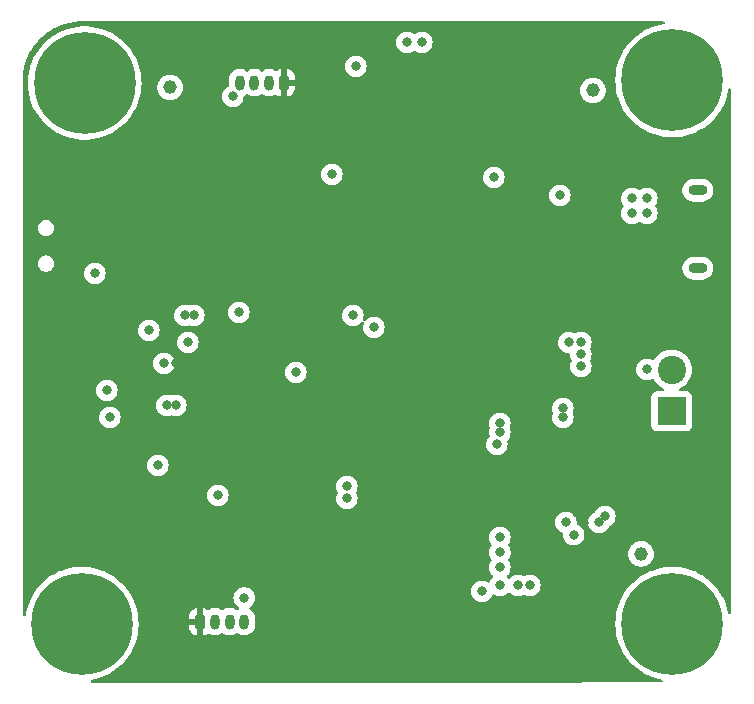
<source format=gbr>
%TF.GenerationSoftware,KiCad,Pcbnew,8.0.1*%
%TF.CreationDate,2024-05-01T14:41:19+05:45*%
%TF.ProjectId,STM32F4_Breakout_REV2,53544d33-3246-4345-9f42-7265616b6f75,rev?*%
%TF.SameCoordinates,Original*%
%TF.FileFunction,Copper,L3,Inr*%
%TF.FilePolarity,Positive*%
%FSLAX46Y46*%
G04 Gerber Fmt 4.6, Leading zero omitted, Abs format (unit mm)*
G04 Created by KiCad (PCBNEW 8.0.1) date 2024-05-01 14:41:19*
%MOMM*%
%LPD*%
G01*
G04 APERTURE LIST*
G04 Aperture macros list*
%AMRoundRect*
0 Rectangle with rounded corners*
0 $1 Rounding radius*
0 $2 $3 $4 $5 $6 $7 $8 $9 X,Y pos of 4 corners*
0 Add a 4 corners polygon primitive as box body*
4,1,4,$2,$3,$4,$5,$6,$7,$8,$9,$2,$3,0*
0 Add four circle primitives for the rounded corners*
1,1,$1+$1,$2,$3*
1,1,$1+$1,$4,$5*
1,1,$1+$1,$6,$7*
1,1,$1+$1,$8,$9*
0 Add four rect primitives between the rounded corners*
20,1,$1+$1,$2,$3,$4,$5,0*
20,1,$1+$1,$4,$5,$6,$7,0*
20,1,$1+$1,$6,$7,$8,$9,0*
20,1,$1+$1,$8,$9,$2,$3,0*%
G04 Aperture macros list end*
%TA.AperFunction,ComponentPad*%
%ADD10C,1.152000*%
%TD*%
%TA.AperFunction,ComponentPad*%
%ADD11C,0.900000*%
%TD*%
%TA.AperFunction,ComponentPad*%
%ADD12C,8.600000*%
%TD*%
%TA.AperFunction,ComponentPad*%
%ADD13RoundRect,0.200000X-0.200000X-0.450000X0.200000X-0.450000X0.200000X0.450000X-0.200000X0.450000X0*%
%TD*%
%TA.AperFunction,ComponentPad*%
%ADD14O,0.800000X1.300000*%
%TD*%
%TA.AperFunction,ComponentPad*%
%ADD15RoundRect,0.200000X0.200000X0.450000X-0.200000X0.450000X-0.200000X-0.450000X0.200000X-0.450000X0*%
%TD*%
%TA.AperFunction,ComponentPad*%
%ADD16O,1.600000X0.900000*%
%TD*%
%TA.AperFunction,ComponentPad*%
%ADD17R,2.400000X2.400000*%
%TD*%
%TA.AperFunction,ComponentPad*%
%ADD18C,2.400000*%
%TD*%
%TA.AperFunction,ViaPad*%
%ADD19C,0.800000*%
%TD*%
G04 APERTURE END LIST*
D10*
%TO.N,N/C*%
%TO.C,REF\u002A\u002A*%
X101354000Y-77086200D03*
%TD*%
%TO.N,N/C*%
%TO.C,REF\u002A\u002A*%
X97282000Y-37846000D03*
%TD*%
%TO.N,N/C*%
%TO.C,REF\u002A\u002A*%
X61476000Y-37592000D03*
%TD*%
D11*
%TO.N,GND*%
%TO.C,H1*%
X100775000Y-37000000D03*
X101719581Y-34719581D03*
X101719581Y-39280419D03*
X104000000Y-33775000D03*
D12*
X104000000Y-37000000D03*
D11*
X104000000Y-40225000D03*
X106280419Y-34719581D03*
X106280419Y-39280419D03*
X107225000Y-37000000D03*
%TD*%
%TO.N,GND*%
%TO.C,H2*%
X100775000Y-83000000D03*
X101719581Y-80719581D03*
X101719581Y-85280419D03*
X104000000Y-79775000D03*
D12*
X104000000Y-83000000D03*
D11*
X104000000Y-86225000D03*
X106280419Y-80719581D03*
X106280419Y-85280419D03*
X107225000Y-83000000D03*
%TD*%
D13*
%TO.N,+3V3*%
%TO.C,J5*%
X64017200Y-82829400D03*
D14*
%TO.N,UART3_TX*%
X65267200Y-82829400D03*
%TO.N,UART3_RX*%
X66517200Y-82829400D03*
%TO.N,GND*%
X67767200Y-82829400D03*
%TD*%
D11*
%TO.N,GND*%
%TO.C,H3*%
X50775000Y-83000000D03*
X51719581Y-80719581D03*
X51719581Y-85280419D03*
X54000000Y-79775000D03*
D12*
X54000000Y-83000000D03*
D11*
X54000000Y-86225000D03*
X56280419Y-80719581D03*
X56280419Y-85280419D03*
X57225000Y-83000000D03*
%TD*%
D15*
%TO.N,+3V3*%
%TO.C,J3*%
X71125000Y-37200000D03*
D14*
%TO.N,I2C1_SCL*%
X69875000Y-37200000D03*
%TO.N,I2C1_SDA*%
X68625000Y-37200000D03*
%TO.N,GND*%
X67375000Y-37200000D03*
%TD*%
D11*
%TO.N,GND*%
%TO.C,H4*%
X51025000Y-37225000D03*
X51969581Y-34944581D03*
X51969581Y-39505419D03*
X54250000Y-34000000D03*
D12*
X54250000Y-37225000D03*
D11*
X54250000Y-40450000D03*
X56530419Y-34944581D03*
X56530419Y-39505419D03*
X57475000Y-37225000D03*
%TD*%
D16*
%TO.N,unconnected-(J1-Shield-Pad6)_3*%
%TO.C,J1*%
X106172000Y-52900000D03*
%TO.N,unconnected-(J1-Shield-Pad6)_0*%
X106172000Y-46300000D03*
%TD*%
D17*
%TO.N,+12V*%
%TO.C,J2*%
X103948000Y-64996000D03*
D18*
%TO.N,GND*%
X103948000Y-61496000D03*
%TD*%
D19*
%TO.N,GND*%
X89408000Y-66040000D03*
X94996000Y-74422000D03*
X89408000Y-75692000D03*
X55118000Y-53340000D03*
X63500000Y-56896000D03*
X94742000Y-65532000D03*
X100584000Y-48260000D03*
X95250000Y-59182000D03*
X67762200Y-80805400D03*
X62738000Y-56896000D03*
X91948000Y-79756000D03*
X88900000Y-45212000D03*
X87884000Y-80264000D03*
X77216000Y-35814000D03*
X81534000Y-33782000D03*
X89408000Y-66802000D03*
X76454000Y-72390000D03*
X101854000Y-48260000D03*
X65532000Y-72136000D03*
X82804000Y-33782000D03*
X60960000Y-60960000D03*
X101854000Y-46990000D03*
X90932000Y-79756000D03*
X96266000Y-59182000D03*
X89408000Y-78232000D03*
X59690000Y-58166000D03*
X96266000Y-61214000D03*
X56388000Y-65532000D03*
X89408000Y-79756000D03*
X61976000Y-64516000D03*
X76962000Y-56896000D03*
X78740000Y-57912000D03*
X62992000Y-59182000D03*
X66802000Y-38354000D03*
X96266000Y-60198000D03*
X100584000Y-46990000D03*
X101854000Y-61468000D03*
X94742000Y-64770000D03*
X60452000Y-69596000D03*
X67310000Y-56642000D03*
X89408000Y-76962000D03*
X98298000Y-73914000D03*
X94488000Y-46736000D03*
X97790000Y-74422000D03*
X76454000Y-71374000D03*
X61214000Y-64516000D03*
X56134000Y-63246000D03*
%TO.N,+3V3*%
X71374000Y-39116000D03*
X67564000Y-53086000D03*
X59182000Y-68834000D03*
X77216000Y-58928000D03*
X83820000Y-78740000D03*
X71374000Y-53086000D03*
X59182000Y-66802000D03*
X64262000Y-54610000D03*
X95948000Y-73660000D03*
X86106000Y-75946000D03*
X85344000Y-35306000D03*
X82296000Y-73660000D03*
X63952200Y-80805400D03*
X86106000Y-78740000D03*
X65278000Y-54610000D03*
X82296000Y-72136000D03*
X88900000Y-43180000D03*
X61976000Y-60960000D03*
X83820000Y-75946000D03*
X55118000Y-48768000D03*
X74422000Y-71120000D03*
X96520000Y-74480000D03*
X86106000Y-73660000D03*
X68072000Y-72136000D03*
X86106000Y-72136000D03*
%TO.N,BUCK_SW*%
X95653000Y-75455000D03*
X89154000Y-67818000D03*
%TO.N,NRST*%
X75184000Y-44958000D03*
X72136000Y-61722000D03*
%TD*%
%TA.AperFunction,Conductor*%
%TO.N,+3V3*%
G36*
X103311766Y-32019685D02*
G01*
X103357521Y-32072489D01*
X103367465Y-32141647D01*
X103338440Y-32205203D01*
X103279662Y-32242977D01*
X103266868Y-32246007D01*
X102928922Y-32307335D01*
X102512604Y-32422231D01*
X102512588Y-32422237D01*
X102309420Y-32498487D01*
X102108234Y-32573994D01*
X102108232Y-32573995D01*
X102108225Y-32573997D01*
X101719114Y-32761383D01*
X101719108Y-32761386D01*
X101348337Y-32982911D01*
X100998938Y-33236765D01*
X100998921Y-33236778D01*
X100673676Y-33520938D01*
X100673671Y-33520942D01*
X100375207Y-33833111D01*
X100375204Y-33833114D01*
X100105916Y-34170790D01*
X100105915Y-34170791D01*
X99867992Y-34531230D01*
X99867992Y-34531231D01*
X99867989Y-34531236D01*
X99867988Y-34531238D01*
X99811691Y-34635854D01*
X99663325Y-34911564D01*
X99493574Y-35308719D01*
X99360110Y-35719477D01*
X99264005Y-36140541D01*
X99206030Y-36568535D01*
X99206029Y-36568544D01*
X99186653Y-36999996D01*
X99186653Y-37000003D01*
X99206029Y-37431455D01*
X99206029Y-37431463D01*
X99206030Y-37431465D01*
X99216519Y-37508897D01*
X99264005Y-37859458D01*
X99360110Y-38280522D01*
X99453180Y-38566962D01*
X99493577Y-38691289D01*
X99663324Y-39088433D01*
X99867988Y-39468762D01*
X99867992Y-39468768D01*
X99867992Y-39468769D01*
X100105915Y-39829208D01*
X100105916Y-39829209D01*
X100105920Y-39829214D01*
X100375206Y-40166887D01*
X100673676Y-40479062D01*
X100998927Y-40763226D01*
X100998937Y-40763233D01*
X100998938Y-40763234D01*
X101348337Y-41017088D01*
X101719108Y-41238613D01*
X101719114Y-41238616D01*
X102108225Y-41426002D01*
X102108226Y-41426002D01*
X102108234Y-41426006D01*
X102512594Y-41577765D01*
X102512601Y-41577767D01*
X102512604Y-41577768D01*
X102928922Y-41692664D01*
X102928924Y-41692664D01*
X102928930Y-41692666D01*
X103353889Y-41769785D01*
X103784050Y-41808500D01*
X103784057Y-41808500D01*
X104215943Y-41808500D01*
X104215950Y-41808500D01*
X104646111Y-41769785D01*
X105071070Y-41692666D01*
X105487406Y-41577765D01*
X105891766Y-41426006D01*
X106280894Y-41238612D01*
X106651658Y-41017091D01*
X107001073Y-40763226D01*
X107326324Y-40479062D01*
X107624794Y-40166887D01*
X107894080Y-39829214D01*
X108132012Y-39468762D01*
X108336676Y-39088433D01*
X108506423Y-38691289D01*
X108639888Y-38280528D01*
X108735995Y-37859456D01*
X108749722Y-37758113D01*
X108778227Y-37694325D01*
X108836695Y-37656072D01*
X108906563Y-37655502D01*
X108965647Y-37692795D01*
X108995190Y-37756112D01*
X108996600Y-37774760D01*
X108996600Y-41619664D01*
X108994416Y-44586450D01*
X108966842Y-82051516D01*
X108947108Y-82118541D01*
X108894270Y-82164257D01*
X108825105Y-82174150D01*
X108761570Y-82145078D01*
X108723839Y-82086272D01*
X108721957Y-82079043D01*
X108639888Y-81719472D01*
X108506423Y-81308711D01*
X108336676Y-80911567D01*
X108132012Y-80531238D01*
X108132007Y-80531230D01*
X107894084Y-80170791D01*
X107894083Y-80170790D01*
X107859599Y-80127549D01*
X107624794Y-79833113D01*
X107326324Y-79520938D01*
X107001073Y-79236774D01*
X106976688Y-79219057D01*
X106651662Y-78982911D01*
X106280891Y-78761386D01*
X106280885Y-78761383D01*
X105891774Y-78573997D01*
X105891769Y-78573995D01*
X105891766Y-78573994D01*
X105487406Y-78422235D01*
X105487404Y-78422234D01*
X105487395Y-78422231D01*
X105071077Y-78307335D01*
X104646117Y-78230216D01*
X104646116Y-78230215D01*
X104646111Y-78230215D01*
X104215950Y-78191500D01*
X103784050Y-78191500D01*
X103353889Y-78230215D01*
X103353884Y-78230215D01*
X103353882Y-78230216D01*
X102928922Y-78307335D01*
X102512604Y-78422231D01*
X102512588Y-78422237D01*
X102309420Y-78498487D01*
X102108234Y-78573994D01*
X102108232Y-78573995D01*
X102108225Y-78573997D01*
X101719114Y-78761383D01*
X101719108Y-78761386D01*
X101348337Y-78982911D01*
X100998938Y-79236765D01*
X100998921Y-79236778D01*
X100673676Y-79520938D01*
X100673671Y-79520942D01*
X100375207Y-79833111D01*
X100375204Y-79833114D01*
X100105916Y-80170790D01*
X100105915Y-80170791D01*
X99867992Y-80531230D01*
X99867992Y-80531231D01*
X99663325Y-80911564D01*
X99493574Y-81308719D01*
X99360110Y-81719477D01*
X99264005Y-82140541D01*
X99206030Y-82568535D01*
X99206029Y-82568544D01*
X99186653Y-82999996D01*
X99186653Y-83000003D01*
X99206029Y-83431455D01*
X99206029Y-83431463D01*
X99206030Y-83431465D01*
X99216633Y-83509742D01*
X99264005Y-83859458D01*
X99360110Y-84280522D01*
X99360112Y-84280528D01*
X99493577Y-84691289D01*
X99663324Y-85088433D01*
X99867988Y-85468762D01*
X99867992Y-85468768D01*
X99867992Y-85468769D01*
X100105915Y-85829208D01*
X100105916Y-85829209D01*
X100105920Y-85829214D01*
X100375206Y-86166887D01*
X100673676Y-86479062D01*
X100998927Y-86763226D01*
X100998937Y-86763233D01*
X100998938Y-86763234D01*
X101348337Y-87017088D01*
X101719108Y-87238613D01*
X101719114Y-87238616D01*
X102108225Y-87426002D01*
X102108226Y-87426002D01*
X102108234Y-87426006D01*
X102512594Y-87577765D01*
X102512601Y-87577767D01*
X102512604Y-87577768D01*
X102928922Y-87692664D01*
X102928924Y-87692664D01*
X102928930Y-87692666D01*
X103104293Y-87724490D01*
X103166739Y-87755827D01*
X103202330Y-87815952D01*
X103199765Y-87885775D01*
X103159859Y-87943127D01*
X103095280Y-87969799D01*
X103082226Y-87970496D01*
X89601397Y-87978600D01*
X54873196Y-87978600D01*
X54806157Y-87958915D01*
X54760402Y-87906111D01*
X54750458Y-87836953D01*
X54779483Y-87773397D01*
X54838261Y-87735623D01*
X54851055Y-87732593D01*
X54851908Y-87732438D01*
X55071070Y-87692666D01*
X55487406Y-87577765D01*
X55891766Y-87426006D01*
X56280894Y-87238612D01*
X56651658Y-87017091D01*
X57001073Y-86763226D01*
X57326324Y-86479062D01*
X57624794Y-86166887D01*
X57894080Y-85829214D01*
X58132012Y-85468762D01*
X58336676Y-85088433D01*
X58506423Y-84691289D01*
X58639888Y-84280528D01*
X58735995Y-83859456D01*
X58793970Y-83431465D01*
X58809781Y-83079400D01*
X63117201Y-83079400D01*
X63117201Y-83335982D01*
X63123608Y-83406502D01*
X63123609Y-83406507D01*
X63174181Y-83568796D01*
X63262127Y-83714277D01*
X63382322Y-83834472D01*
X63527804Y-83922419D01*
X63527803Y-83922419D01*
X63690094Y-83972990D01*
X63690093Y-83972990D01*
X63760608Y-83979398D01*
X63760626Y-83979399D01*
X63767199Y-83979398D01*
X63767200Y-83979398D01*
X63767200Y-83079400D01*
X63117201Y-83079400D01*
X58809781Y-83079400D01*
X58813347Y-83000003D01*
X58813347Y-82999996D01*
X58807919Y-82879128D01*
X63767200Y-82879128D01*
X63805260Y-82971014D01*
X63875586Y-83041340D01*
X63967472Y-83079400D01*
X64066928Y-83079400D01*
X64158814Y-83041340D01*
X64229140Y-82971014D01*
X64267200Y-82879128D01*
X64267200Y-83979399D01*
X64273781Y-83979399D01*
X64344302Y-83972991D01*
X64344307Y-83972990D01*
X64506596Y-83922418D01*
X64642303Y-83840381D01*
X64709857Y-83822545D01*
X64775344Y-83843396D01*
X64836857Y-83884498D01*
X64836861Y-83884500D01*
X64836864Y-83884502D01*
X65002200Y-83952987D01*
X65177716Y-83987899D01*
X65177720Y-83987900D01*
X65177721Y-83987900D01*
X65356680Y-83987900D01*
X65356681Y-83987899D01*
X65532200Y-83952987D01*
X65697536Y-83884502D01*
X65823310Y-83800462D01*
X65889986Y-83779585D01*
X65957366Y-83798069D01*
X65961074Y-83800452D01*
X65994139Y-83822545D01*
X66086857Y-83884498D01*
X66086861Y-83884500D01*
X66086864Y-83884502D01*
X66252200Y-83952987D01*
X66427716Y-83987899D01*
X66427720Y-83987900D01*
X66427721Y-83987900D01*
X66606680Y-83987900D01*
X66606681Y-83987899D01*
X66782200Y-83952987D01*
X66947536Y-83884502D01*
X67073310Y-83800462D01*
X67139986Y-83779585D01*
X67207366Y-83798069D01*
X67211074Y-83800452D01*
X67244139Y-83822545D01*
X67336857Y-83884498D01*
X67336861Y-83884500D01*
X67336864Y-83884502D01*
X67502200Y-83952987D01*
X67677716Y-83987899D01*
X67677720Y-83987900D01*
X67677721Y-83987900D01*
X67856680Y-83987900D01*
X67856681Y-83987899D01*
X68032200Y-83952987D01*
X68197536Y-83884502D01*
X68346335Y-83785078D01*
X68472878Y-83658535D01*
X68572302Y-83509736D01*
X68640787Y-83344400D01*
X68675700Y-83168879D01*
X68675700Y-82489921D01*
X68640787Y-82314400D01*
X68572302Y-82149064D01*
X68572300Y-82149061D01*
X68572298Y-82149057D01*
X68472878Y-82000265D01*
X68472875Y-82000261D01*
X68346338Y-81873724D01*
X68346334Y-81873721D01*
X68229157Y-81795425D01*
X68184352Y-81741812D01*
X68175645Y-81672487D01*
X68205800Y-81609460D01*
X68225160Y-81592007D01*
X68373453Y-81484266D01*
X68501240Y-81342344D01*
X68596727Y-81176956D01*
X68655742Y-80995328D01*
X68675704Y-80805400D01*
X68655742Y-80615472D01*
X68596727Y-80433844D01*
X68501240Y-80268456D01*
X68497228Y-80264000D01*
X86970496Y-80264000D01*
X86990458Y-80453928D01*
X86990459Y-80453931D01*
X87049470Y-80635549D01*
X87049472Y-80635554D01*
X87049473Y-80635556D01*
X87144960Y-80800944D01*
X87272747Y-80942866D01*
X87427248Y-81055118D01*
X87601712Y-81132794D01*
X87788513Y-81172500D01*
X87979487Y-81172500D01*
X88166288Y-81132794D01*
X88340752Y-81055118D01*
X88495253Y-80942866D01*
X88623040Y-80800944D01*
X88718527Y-80635556D01*
X88733480Y-80589534D01*
X88772915Y-80531862D01*
X88837273Y-80504663D01*
X88906119Y-80516576D01*
X88924294Y-80527535D01*
X88951248Y-80547118D01*
X89125712Y-80624794D01*
X89312513Y-80664500D01*
X89503487Y-80664500D01*
X89690288Y-80624794D01*
X89864752Y-80547118D01*
X90019253Y-80434866D01*
X90077850Y-80369786D01*
X90137336Y-80333138D01*
X90207193Y-80334468D01*
X90262149Y-80369786D01*
X90320747Y-80434866D01*
X90475248Y-80547118D01*
X90649712Y-80624794D01*
X90836513Y-80664500D01*
X91027487Y-80664500D01*
X91214283Y-80624795D01*
X91214282Y-80624795D01*
X91214288Y-80624794D01*
X91388752Y-80547118D01*
X91388757Y-80547114D01*
X91389564Y-80546755D01*
X91458814Y-80537471D01*
X91490436Y-80546755D01*
X91491242Y-80547114D01*
X91491248Y-80547118D01*
X91665712Y-80624794D01*
X91665715Y-80624794D01*
X91665716Y-80624795D01*
X91852513Y-80664500D01*
X92043487Y-80664500D01*
X92230288Y-80624794D01*
X92404752Y-80547118D01*
X92559253Y-80434866D01*
X92687040Y-80292944D01*
X92782527Y-80127556D01*
X92841542Y-79945928D01*
X92861504Y-79756000D01*
X92841542Y-79566072D01*
X92782527Y-79384444D01*
X92687040Y-79219056D01*
X92559253Y-79077134D01*
X92404752Y-78964882D01*
X92230288Y-78887206D01*
X92230286Y-78887205D01*
X92043487Y-78847500D01*
X91852513Y-78847500D01*
X91665714Y-78887205D01*
X91490435Y-78965244D01*
X91421185Y-78974528D01*
X91389565Y-78965244D01*
X91388752Y-78964882D01*
X91214288Y-78887206D01*
X91214286Y-78887205D01*
X91027487Y-78847500D01*
X90836513Y-78847500D01*
X90649714Y-78887205D01*
X90475246Y-78964883D01*
X90320747Y-79077133D01*
X90262150Y-79142213D01*
X90202663Y-79178861D01*
X90132806Y-79177530D01*
X90077850Y-79142212D01*
X90019108Y-79076972D01*
X89988878Y-79013980D01*
X89997504Y-78944645D01*
X90019108Y-78911028D01*
X90076308Y-78847500D01*
X90147040Y-78768944D01*
X90242527Y-78603556D01*
X90301542Y-78421928D01*
X90321504Y-78232000D01*
X90301542Y-78042072D01*
X90242527Y-77860444D01*
X90147040Y-77695056D01*
X90133458Y-77679972D01*
X90103229Y-77616981D01*
X90111853Y-77547646D01*
X90133459Y-77514027D01*
X90147040Y-77498944D01*
X90242527Y-77333556D01*
X90301542Y-77151928D01*
X90308450Y-77086199D01*
X100264854Y-77086199D01*
X100268971Y-77130628D01*
X100269500Y-77142070D01*
X100269500Y-77171552D01*
X100276723Y-77217159D01*
X100276736Y-77217238D01*
X100277733Y-77225191D01*
X100283399Y-77286330D01*
X100283399Y-77286332D01*
X100291014Y-77313097D01*
X100294220Y-77327630D01*
X100296203Y-77340150D01*
X100315683Y-77400104D01*
X100317007Y-77404450D01*
X100329337Y-77447785D01*
X100338400Y-77479640D01*
X100338404Y-77479650D01*
X100343306Y-77489495D01*
X100346829Y-77498104D01*
X100347088Y-77497997D01*
X100348955Y-77502504D01*
X100385182Y-77573605D01*
X100385697Y-77574627D01*
X100427989Y-77659561D01*
X100481848Y-77730882D01*
X100483213Y-77732725D01*
X100526786Y-77792700D01*
X100527823Y-77793737D01*
X100539095Y-77806690D01*
X100549111Y-77819953D01*
X100602774Y-77868873D01*
X100606894Y-77872808D01*
X100647496Y-77913410D01*
X100662292Y-77924160D01*
X100672936Y-77932834D01*
X100697643Y-77955357D01*
X100745100Y-77984742D01*
X100752693Y-77989840D01*
X100752702Y-77989847D01*
X100785595Y-78013745D01*
X100785603Y-78013750D01*
X100816841Y-78029666D01*
X100825812Y-78034717D01*
X100868526Y-78061164D01*
X100868530Y-78061165D01*
X100868534Y-78061168D01*
X100904927Y-78075266D01*
X100916414Y-78080401D01*
X100937697Y-78091245D01*
X100937699Y-78091245D01*
X100937702Y-78091247D01*
X100986995Y-78107263D01*
X100993456Y-78109562D01*
X101055941Y-78133769D01*
X101077793Y-78137854D01*
X101093321Y-78141811D01*
X101096664Y-78142897D01*
X101100039Y-78143994D01*
X101100040Y-78143994D01*
X101100046Y-78143996D01*
X101167858Y-78154736D01*
X101171127Y-78155300D01*
X101253506Y-78170700D01*
X101253508Y-78170700D01*
X101454492Y-78170700D01*
X101454494Y-78170700D01*
X101536880Y-78155298D01*
X101540142Y-78154736D01*
X101607954Y-78143996D01*
X101614683Y-78141809D01*
X101630208Y-78137853D01*
X101652059Y-78133769D01*
X101714568Y-78109552D01*
X101720986Y-78107268D01*
X101770303Y-78091245D01*
X101791580Y-78080403D01*
X101803074Y-78075265D01*
X101839474Y-78061164D01*
X101882179Y-78034721D01*
X101891147Y-78029671D01*
X101922402Y-78013747D01*
X101934128Y-78005226D01*
X101955298Y-77989847D01*
X101962907Y-77984737D01*
X101974942Y-77977284D01*
X102010357Y-77955357D01*
X102035072Y-77932825D01*
X102045701Y-77924163D01*
X102060504Y-77913410D01*
X102101124Y-77872788D01*
X102105222Y-77868875D01*
X102158889Y-77819953D01*
X102168902Y-77806692D01*
X102180179Y-77793734D01*
X102181210Y-77792704D01*
X102224839Y-77732651D01*
X102226065Y-77730995D01*
X102280011Y-77659561D01*
X102322395Y-77574437D01*
X102322741Y-77573750D01*
X102359045Y-77502503D01*
X102359046Y-77502499D01*
X102359050Y-77502492D01*
X102360914Y-77497992D01*
X102361180Y-77498102D01*
X102364701Y-77489479D01*
X102365725Y-77487422D01*
X102369598Y-77479645D01*
X102390990Y-77404457D01*
X102392327Y-77400069D01*
X102411796Y-77340154D01*
X102413779Y-77327627D01*
X102416984Y-77313095D01*
X102424601Y-77286330D01*
X102430265Y-77225186D01*
X102431259Y-77217263D01*
X102438500Y-77171552D01*
X102438500Y-77142070D01*
X102439029Y-77130628D01*
X102443146Y-77086199D01*
X102439029Y-77041770D01*
X102438500Y-77030329D01*
X102438500Y-77000850D01*
X102432346Y-76962000D01*
X102431259Y-76955136D01*
X102430264Y-76947197D01*
X102424601Y-76886073D01*
X102424601Y-76886070D01*
X102416985Y-76859303D01*
X102413780Y-76844776D01*
X102411796Y-76832246D01*
X102392317Y-76772300D01*
X102390990Y-76767942D01*
X102388945Y-76760756D01*
X102369598Y-76692755D01*
X102364694Y-76682906D01*
X102361180Y-76674299D01*
X102360915Y-76674410D01*
X102359048Y-76669905D01*
X102359046Y-76669902D01*
X102359045Y-76669897D01*
X102322819Y-76598801D01*
X102322386Y-76597942D01*
X102280011Y-76512839D01*
X102226142Y-76441506D01*
X102224785Y-76439673D01*
X102181213Y-76379699D01*
X102180177Y-76378663D01*
X102168904Y-76365708D01*
X102158892Y-76352451D01*
X102158889Y-76352447D01*
X102105225Y-76303526D01*
X102101104Y-76299590D01*
X102060503Y-76258989D01*
X102060498Y-76258985D01*
X102045717Y-76248246D01*
X102035067Y-76239568D01*
X102010357Y-76217043D01*
X101962903Y-76187660D01*
X101955300Y-76182554D01*
X101951286Y-76179638D01*
X101922402Y-76158653D01*
X101891142Y-76142725D01*
X101882187Y-76137682D01*
X101839474Y-76111236D01*
X101839468Y-76111233D01*
X101811766Y-76100501D01*
X101803069Y-76097132D01*
X101791583Y-76091997D01*
X101782967Y-76087607D01*
X101770306Y-76081156D01*
X101770298Y-76081153D01*
X101721005Y-76065136D01*
X101714533Y-76062833D01*
X101652059Y-76038631D01*
X101652052Y-76038629D01*
X101630211Y-76034546D01*
X101614688Y-76030591D01*
X101607960Y-76028405D01*
X101607957Y-76028404D01*
X101540214Y-76017674D01*
X101536831Y-76017090D01*
X101454495Y-76001700D01*
X101454494Y-76001700D01*
X101253506Y-76001700D01*
X101253502Y-76001700D01*
X101171166Y-76017090D01*
X101167785Y-76017674D01*
X101100039Y-76028405D01*
X101093300Y-76030594D01*
X101077793Y-76034544D01*
X101055949Y-76038628D01*
X100993453Y-76062838D01*
X100986983Y-76065140D01*
X100937693Y-76081156D01*
X100916418Y-76091995D01*
X100904929Y-76097132D01*
X100868528Y-76111235D01*
X100868525Y-76111236D01*
X100825819Y-76137678D01*
X100816843Y-76142732D01*
X100785593Y-76158655D01*
X100752691Y-76182559D01*
X100745090Y-76187663D01*
X100697650Y-76217037D01*
X100697641Y-76217044D01*
X100672938Y-76239563D01*
X100662296Y-76248236D01*
X100647495Y-76258990D01*
X100647493Y-76258992D01*
X100606902Y-76299582D01*
X100602763Y-76303535D01*
X100549108Y-76352449D01*
X100539091Y-76365713D01*
X100527843Y-76378642D01*
X100526791Y-76379693D01*
X100483198Y-76439693D01*
X100481837Y-76441531D01*
X100427989Y-76512839D01*
X100427985Y-76512845D01*
X100385654Y-76597858D01*
X100385139Y-76598880D01*
X100348954Y-76669896D01*
X100347089Y-76674400D01*
X100346830Y-76674292D01*
X100343310Y-76682897D01*
X100338400Y-76692758D01*
X100317013Y-76767926D01*
X100315679Y-76772307D01*
X100296203Y-76832249D01*
X100294219Y-76844776D01*
X100291014Y-76859303D01*
X100283399Y-76886069D01*
X100283398Y-76886074D01*
X100277733Y-76947207D01*
X100276735Y-76955162D01*
X100269500Y-77000842D01*
X100269500Y-77030329D01*
X100268971Y-77041770D01*
X100264854Y-77086199D01*
X90308450Y-77086199D01*
X90321504Y-76962000D01*
X90301542Y-76772072D01*
X90242527Y-76590444D01*
X90147040Y-76425056D01*
X90133458Y-76409972D01*
X90103229Y-76346981D01*
X90111853Y-76277646D01*
X90133459Y-76244027D01*
X90147040Y-76228944D01*
X90242527Y-76063556D01*
X90301542Y-75881928D01*
X90321504Y-75692000D01*
X90301542Y-75502072D01*
X90242527Y-75320444D01*
X90147040Y-75155056D01*
X90019253Y-75013134D01*
X89864752Y-74900882D01*
X89690288Y-74823206D01*
X89690286Y-74823205D01*
X89503487Y-74783500D01*
X89312513Y-74783500D01*
X89125714Y-74823205D01*
X88951246Y-74900883D01*
X88796745Y-75013135D01*
X88668959Y-75155057D01*
X88573473Y-75320443D01*
X88573470Y-75320450D01*
X88514459Y-75502068D01*
X88514458Y-75502072D01*
X88494496Y-75692000D01*
X88514458Y-75881928D01*
X88514459Y-75881931D01*
X88573470Y-76063549D01*
X88573473Y-76063556D01*
X88668957Y-76228940D01*
X88668961Y-76228945D01*
X88682542Y-76244029D01*
X88712771Y-76307022D01*
X88704145Y-76376357D01*
X88682542Y-76409971D01*
X88668961Y-76425054D01*
X88668957Y-76425059D01*
X88573473Y-76590443D01*
X88573470Y-76590450D01*
X88515805Y-76767926D01*
X88514458Y-76772072D01*
X88494496Y-76962000D01*
X88514458Y-77151928D01*
X88514459Y-77151931D01*
X88573470Y-77333549D01*
X88573473Y-77333556D01*
X88668957Y-77498940D01*
X88668961Y-77498945D01*
X88682542Y-77514029D01*
X88712771Y-77577022D01*
X88704145Y-77646357D01*
X88682542Y-77679971D01*
X88668961Y-77695054D01*
X88668957Y-77695059D01*
X88573473Y-77860443D01*
X88573470Y-77860450D01*
X88516845Y-78034725D01*
X88514458Y-78042072D01*
X88494496Y-78232000D01*
X88514458Y-78421928D01*
X88514459Y-78421931D01*
X88573470Y-78603549D01*
X88573473Y-78603556D01*
X88668960Y-78768944D01*
X88730449Y-78837235D01*
X88796892Y-78911028D01*
X88827122Y-78974020D01*
X88818496Y-79043355D01*
X88796892Y-79076972D01*
X88668959Y-79219057D01*
X88573473Y-79384443D01*
X88573470Y-79384450D01*
X88558520Y-79430463D01*
X88519082Y-79488139D01*
X88454724Y-79515337D01*
X88385877Y-79503422D01*
X88367704Y-79492463D01*
X88340756Y-79472884D01*
X88340752Y-79472882D01*
X88166288Y-79395206D01*
X88166286Y-79395205D01*
X87979487Y-79355500D01*
X87788513Y-79355500D01*
X87601714Y-79395205D01*
X87427246Y-79472883D01*
X87272745Y-79585135D01*
X87144959Y-79727057D01*
X87049473Y-79892443D01*
X87049470Y-79892450D01*
X86990459Y-80074068D01*
X86990458Y-80074072D01*
X86970496Y-80264000D01*
X68497228Y-80264000D01*
X68373453Y-80126534D01*
X68218952Y-80014282D01*
X68044488Y-79936606D01*
X68044486Y-79936605D01*
X67857687Y-79896900D01*
X67666713Y-79896900D01*
X67479914Y-79936605D01*
X67305446Y-80014283D01*
X67150945Y-80126535D01*
X67023159Y-80268457D01*
X66927673Y-80433843D01*
X66927670Y-80433850D01*
X66868659Y-80615468D01*
X66868658Y-80615472D01*
X66848696Y-80805400D01*
X66868658Y-80995328D01*
X66868659Y-80995331D01*
X66927670Y-81176949D01*
X66927673Y-81176956D01*
X67023160Y-81342344D01*
X67150947Y-81484266D01*
X67304028Y-81595486D01*
X67346693Y-81650816D01*
X67352672Y-81720430D01*
X67320066Y-81782225D01*
X67300033Y-81798906D01*
X67211091Y-81858336D01*
X67144414Y-81879214D01*
X67077034Y-81860730D01*
X67073309Y-81858336D01*
X66947542Y-81774301D01*
X66947532Y-81774296D01*
X66782200Y-81705813D01*
X66782192Y-81705811D01*
X66606683Y-81670900D01*
X66606679Y-81670900D01*
X66427721Y-81670900D01*
X66427716Y-81670900D01*
X66252207Y-81705811D01*
X66252199Y-81705813D01*
X66086867Y-81774296D01*
X66086857Y-81774301D01*
X65961091Y-81858336D01*
X65894413Y-81879214D01*
X65827033Y-81860729D01*
X65823309Y-81858336D01*
X65697542Y-81774301D01*
X65697532Y-81774296D01*
X65532200Y-81705813D01*
X65532192Y-81705811D01*
X65356683Y-81670900D01*
X65356679Y-81670900D01*
X65177721Y-81670900D01*
X65177716Y-81670900D01*
X65002207Y-81705811D01*
X65002199Y-81705813D01*
X64836863Y-81774298D01*
X64775342Y-81815404D01*
X64708665Y-81836281D01*
X64642303Y-81818418D01*
X64506596Y-81736380D01*
X64344305Y-81685809D01*
X64344306Y-81685809D01*
X64273772Y-81679400D01*
X64267200Y-81679400D01*
X64267200Y-82779672D01*
X64229140Y-82687786D01*
X64158814Y-82617460D01*
X64066928Y-82579400D01*
X63967472Y-82579400D01*
X63875586Y-82617460D01*
X63805260Y-82687786D01*
X63767200Y-82779672D01*
X63767200Y-82879128D01*
X58807919Y-82879128D01*
X58803452Y-82779672D01*
X58794458Y-82579400D01*
X63117200Y-82579400D01*
X63767200Y-82579400D01*
X63767200Y-81679400D01*
X63767199Y-81679399D01*
X63760636Y-81679400D01*
X63760617Y-81679401D01*
X63690097Y-81685808D01*
X63690092Y-81685809D01*
X63527803Y-81736381D01*
X63382322Y-81824327D01*
X63262127Y-81944522D01*
X63174180Y-82090004D01*
X63123609Y-82252293D01*
X63117200Y-82322827D01*
X63117200Y-82579400D01*
X58794458Y-82579400D01*
X58793970Y-82568535D01*
X58735995Y-82140544D01*
X58639888Y-81719472D01*
X58506423Y-81308711D01*
X58336676Y-80911567D01*
X58132012Y-80531238D01*
X58132007Y-80531230D01*
X57894084Y-80170791D01*
X57894083Y-80170790D01*
X57859599Y-80127549D01*
X57624794Y-79833113D01*
X57326324Y-79520938D01*
X57001073Y-79236774D01*
X56976688Y-79219057D01*
X56651662Y-78982911D01*
X56280891Y-78761386D01*
X56280885Y-78761383D01*
X55891774Y-78573997D01*
X55891769Y-78573995D01*
X55891766Y-78573994D01*
X55487406Y-78422235D01*
X55487404Y-78422234D01*
X55487395Y-78422231D01*
X55071077Y-78307335D01*
X54646117Y-78230216D01*
X54646116Y-78230215D01*
X54646111Y-78230215D01*
X54215950Y-78191500D01*
X53784050Y-78191500D01*
X53353889Y-78230215D01*
X53353884Y-78230215D01*
X53353882Y-78230216D01*
X52928922Y-78307335D01*
X52512604Y-78422231D01*
X52512588Y-78422237D01*
X52309420Y-78498487D01*
X52108234Y-78573994D01*
X52108232Y-78573995D01*
X52108225Y-78573997D01*
X51719114Y-78761383D01*
X51719108Y-78761386D01*
X51348337Y-78982911D01*
X50998938Y-79236765D01*
X50998921Y-79236778D01*
X50673676Y-79520938D01*
X50673671Y-79520942D01*
X50375207Y-79833111D01*
X50375204Y-79833114D01*
X50105916Y-80170790D01*
X50105915Y-80170791D01*
X49867992Y-80531230D01*
X49867992Y-80531231D01*
X49663325Y-80911564D01*
X49493574Y-81308719D01*
X49360110Y-81719477D01*
X49264005Y-82140542D01*
X49264005Y-82140544D01*
X49249133Y-82250339D01*
X49246878Y-82266984D01*
X49218372Y-82330774D01*
X49159905Y-82369027D01*
X49090037Y-82369597D01*
X49030953Y-82332304D01*
X49001410Y-82268987D01*
X49000000Y-82250339D01*
X49000000Y-74422000D01*
X94082496Y-74422000D01*
X94102458Y-74611928D01*
X94102459Y-74611931D01*
X94161470Y-74793549D01*
X94161473Y-74793556D01*
X94256960Y-74958944D01*
X94384747Y-75100866D01*
X94539248Y-75213118D01*
X94672527Y-75272457D01*
X94725765Y-75317708D01*
X94746086Y-75384557D01*
X94745413Y-75398697D01*
X94739496Y-75455000D01*
X94759458Y-75644928D01*
X94759459Y-75644931D01*
X94818470Y-75826549D01*
X94818473Y-75826556D01*
X94913960Y-75991944D01*
X95041747Y-76133866D01*
X95196248Y-76246118D01*
X95370712Y-76323794D01*
X95557513Y-76363500D01*
X95748487Y-76363500D01*
X95935288Y-76323794D01*
X96109752Y-76246118D01*
X96264253Y-76133866D01*
X96392040Y-75991944D01*
X96487527Y-75826556D01*
X96546542Y-75644928D01*
X96566504Y-75455000D01*
X96546542Y-75265072D01*
X96487527Y-75083444D01*
X96392040Y-74918056D01*
X96264253Y-74776134D01*
X96109752Y-74663882D01*
X96109751Y-74663881D01*
X95976471Y-74604541D01*
X95923234Y-74559291D01*
X95902913Y-74492442D01*
X95903585Y-74478311D01*
X95909504Y-74422000D01*
X96876496Y-74422000D01*
X96896458Y-74611928D01*
X96896459Y-74611931D01*
X96955470Y-74793549D01*
X96955473Y-74793556D01*
X97050960Y-74958944D01*
X97178747Y-75100866D01*
X97333248Y-75213118D01*
X97507712Y-75290794D01*
X97694513Y-75330500D01*
X97885487Y-75330500D01*
X98072288Y-75290794D01*
X98246752Y-75213118D01*
X98401253Y-75100866D01*
X98529040Y-74958944D01*
X98607409Y-74823206D01*
X98627777Y-74787928D01*
X98630326Y-74789399D01*
X98667176Y-74745915D01*
X98684926Y-74736206D01*
X98754748Y-74705120D01*
X98754748Y-74705119D01*
X98754752Y-74705118D01*
X98909253Y-74592866D01*
X99037040Y-74450944D01*
X99132527Y-74285556D01*
X99191542Y-74103928D01*
X99211504Y-73914000D01*
X99191542Y-73724072D01*
X99134355Y-73548071D01*
X99132529Y-73542450D01*
X99132528Y-73542449D01*
X99132527Y-73542444D01*
X99037040Y-73377056D01*
X98909253Y-73235134D01*
X98754752Y-73122882D01*
X98580288Y-73045206D01*
X98580286Y-73045205D01*
X98393487Y-73005500D01*
X98202513Y-73005500D01*
X98015714Y-73045205D01*
X97841246Y-73122883D01*
X97686745Y-73235135D01*
X97558958Y-73377057D01*
X97460224Y-73548071D01*
X97457726Y-73546628D01*
X97420541Y-73590269D01*
X97403077Y-73599791D01*
X97333248Y-73630881D01*
X97178745Y-73743135D01*
X97050959Y-73885057D01*
X96955473Y-74050443D01*
X96955470Y-74050450D01*
X96896459Y-74232068D01*
X96896458Y-74232072D01*
X96876496Y-74422000D01*
X95909504Y-74422000D01*
X95889542Y-74232072D01*
X95830527Y-74050444D01*
X95735040Y-73885056D01*
X95607253Y-73743134D01*
X95452752Y-73630882D01*
X95278288Y-73553206D01*
X95278286Y-73553205D01*
X95091487Y-73513500D01*
X94900513Y-73513500D01*
X94713714Y-73553205D01*
X94539246Y-73630883D01*
X94384745Y-73743135D01*
X94256959Y-73885057D01*
X94161473Y-74050443D01*
X94161470Y-74050450D01*
X94102459Y-74232068D01*
X94102458Y-74232072D01*
X94082496Y-74422000D01*
X49000000Y-74422000D01*
X49000000Y-72136000D01*
X64618496Y-72136000D01*
X64638458Y-72325928D01*
X64638459Y-72325931D01*
X64697470Y-72507549D01*
X64697473Y-72507556D01*
X64792960Y-72672944D01*
X64920747Y-72814866D01*
X65075248Y-72927118D01*
X65249712Y-73004794D01*
X65436513Y-73044500D01*
X65627487Y-73044500D01*
X65814288Y-73004794D01*
X65988752Y-72927118D01*
X66143253Y-72814866D01*
X66271040Y-72672944D01*
X66366527Y-72507556D01*
X66404724Y-72390000D01*
X75540496Y-72390000D01*
X75560458Y-72579928D01*
X75560459Y-72579931D01*
X75619470Y-72761549D01*
X75619473Y-72761556D01*
X75714960Y-72926944D01*
X75842747Y-73068866D01*
X75997248Y-73181118D01*
X76171712Y-73258794D01*
X76358513Y-73298500D01*
X76549487Y-73298500D01*
X76736288Y-73258794D01*
X76910752Y-73181118D01*
X77065253Y-73068866D01*
X77193040Y-72926944D01*
X77288527Y-72761556D01*
X77347542Y-72579928D01*
X77367504Y-72390000D01*
X77347542Y-72200072D01*
X77288527Y-72018444D01*
X77245545Y-71943998D01*
X77229073Y-71876101D01*
X77245545Y-71820001D01*
X77288527Y-71745556D01*
X77347542Y-71563928D01*
X77367504Y-71374000D01*
X77347542Y-71184072D01*
X77288527Y-71002444D01*
X77193040Y-70837056D01*
X77065253Y-70695134D01*
X76910752Y-70582882D01*
X76736288Y-70505206D01*
X76736286Y-70505205D01*
X76549487Y-70465500D01*
X76358513Y-70465500D01*
X76171714Y-70505205D01*
X75997246Y-70582883D01*
X75842745Y-70695135D01*
X75714959Y-70837057D01*
X75619473Y-71002443D01*
X75619470Y-71002450D01*
X75560459Y-71184068D01*
X75560458Y-71184072D01*
X75540496Y-71374000D01*
X75560458Y-71563928D01*
X75560459Y-71563931D01*
X75619470Y-71745549D01*
X75619475Y-71745561D01*
X75662453Y-71820001D01*
X75678926Y-71887901D01*
X75662453Y-71943999D01*
X75619475Y-72018438D01*
X75619470Y-72018450D01*
X75581276Y-72136000D01*
X75560458Y-72200072D01*
X75540496Y-72390000D01*
X66404724Y-72390000D01*
X66425542Y-72325928D01*
X66445504Y-72136000D01*
X66425542Y-71946072D01*
X66366527Y-71764444D01*
X66271040Y-71599056D01*
X66143253Y-71457134D01*
X65988752Y-71344882D01*
X65814288Y-71267206D01*
X65814286Y-71267205D01*
X65627487Y-71227500D01*
X65436513Y-71227500D01*
X65249714Y-71267205D01*
X65075246Y-71344883D01*
X64920745Y-71457135D01*
X64792959Y-71599057D01*
X64697473Y-71764443D01*
X64697470Y-71764450D01*
X64639131Y-71944001D01*
X64638458Y-71946072D01*
X64618496Y-72136000D01*
X49000000Y-72136000D01*
X49000000Y-69596000D01*
X59538496Y-69596000D01*
X59558458Y-69785928D01*
X59558459Y-69785931D01*
X59617470Y-69967549D01*
X59617473Y-69967556D01*
X59712960Y-70132944D01*
X59840747Y-70274866D01*
X59995248Y-70387118D01*
X60169712Y-70464794D01*
X60356513Y-70504500D01*
X60547487Y-70504500D01*
X60734288Y-70464794D01*
X60908752Y-70387118D01*
X61063253Y-70274866D01*
X61191040Y-70132944D01*
X61286527Y-69967556D01*
X61345542Y-69785928D01*
X61365504Y-69596000D01*
X61345542Y-69406072D01*
X61286527Y-69224444D01*
X61191040Y-69059056D01*
X61063253Y-68917134D01*
X60908752Y-68804882D01*
X60734288Y-68727206D01*
X60734286Y-68727205D01*
X60547487Y-68687500D01*
X60356513Y-68687500D01*
X60169714Y-68727205D01*
X59995246Y-68804883D01*
X59840745Y-68917135D01*
X59712959Y-69059057D01*
X59617473Y-69224443D01*
X59617470Y-69224450D01*
X59558459Y-69406068D01*
X59558458Y-69406072D01*
X59538496Y-69596000D01*
X49000000Y-69596000D01*
X49000000Y-67818000D01*
X88240496Y-67818000D01*
X88260458Y-68007928D01*
X88260459Y-68007931D01*
X88319470Y-68189549D01*
X88319473Y-68189556D01*
X88414960Y-68354944D01*
X88542747Y-68496866D01*
X88697248Y-68609118D01*
X88871712Y-68686794D01*
X89058513Y-68726500D01*
X89249487Y-68726500D01*
X89436288Y-68686794D01*
X89610752Y-68609118D01*
X89765253Y-68496866D01*
X89893040Y-68354944D01*
X89988527Y-68189556D01*
X90047542Y-68007928D01*
X90067504Y-67818000D01*
X90047542Y-67628072D01*
X90027015Y-67564900D01*
X90025021Y-67495061D01*
X90052796Y-67443612D01*
X90147040Y-67338944D01*
X90242527Y-67173556D01*
X90301542Y-66991928D01*
X90321504Y-66802000D01*
X90301542Y-66612072D01*
X90251907Y-66459315D01*
X90249913Y-66389478D01*
X90251897Y-66382717D01*
X90301542Y-66229928D01*
X90321504Y-66040000D01*
X90301542Y-65850072D01*
X90242527Y-65668444D01*
X90163751Y-65532000D01*
X93828496Y-65532000D01*
X93848458Y-65721928D01*
X93848459Y-65721931D01*
X93907470Y-65903549D01*
X93907473Y-65903556D01*
X94002960Y-66068944D01*
X94130747Y-66210866D01*
X94285248Y-66323118D01*
X94459712Y-66400794D01*
X94646513Y-66440500D01*
X94837487Y-66440500D01*
X95024288Y-66400794D01*
X95198752Y-66323118D01*
X95353253Y-66210866D01*
X95481040Y-66068944D01*
X95576527Y-65903556D01*
X95635542Y-65721928D01*
X95655504Y-65532000D01*
X95635542Y-65342072D01*
X95585907Y-65189315D01*
X95583913Y-65119478D01*
X95585897Y-65112717D01*
X95635542Y-64959928D01*
X95655504Y-64770000D01*
X95635542Y-64580072D01*
X95576527Y-64398444D01*
X95481040Y-64233056D01*
X95353253Y-64091134D01*
X95198752Y-63978882D01*
X95024288Y-63901206D01*
X95024286Y-63901205D01*
X94837487Y-63861500D01*
X94646513Y-63861500D01*
X94459714Y-63901205D01*
X94285246Y-63978883D01*
X94130745Y-64091135D01*
X94002959Y-64233057D01*
X93907473Y-64398443D01*
X93907470Y-64398450D01*
X93869276Y-64516000D01*
X93848458Y-64580072D01*
X93828496Y-64770000D01*
X93848458Y-64959928D01*
X93848459Y-64959931D01*
X93898091Y-65112682D01*
X93900086Y-65182523D01*
X93898091Y-65189318D01*
X93878738Y-65248882D01*
X93848458Y-65342072D01*
X93828496Y-65532000D01*
X90163751Y-65532000D01*
X90147040Y-65503056D01*
X90019253Y-65361134D01*
X89864752Y-65248882D01*
X89690288Y-65171206D01*
X89690286Y-65171205D01*
X89503487Y-65131500D01*
X89312513Y-65131500D01*
X89125714Y-65171205D01*
X88951246Y-65248883D01*
X88796745Y-65361135D01*
X88668959Y-65503057D01*
X88573473Y-65668443D01*
X88573470Y-65668450D01*
X88514459Y-65850068D01*
X88514458Y-65850072D01*
X88494496Y-66040000D01*
X88514458Y-66229928D01*
X88514459Y-66229931D01*
X88564091Y-66382682D01*
X88566086Y-66452523D01*
X88564091Y-66459318D01*
X88514458Y-66612072D01*
X88494496Y-66802000D01*
X88514458Y-66991928D01*
X88514459Y-66991931D01*
X88534983Y-67055098D01*
X88536978Y-67124939D01*
X88509203Y-67176387D01*
X88414958Y-67281057D01*
X88319473Y-67446443D01*
X88319470Y-67446450D01*
X88280983Y-67564902D01*
X88260458Y-67628072D01*
X88240496Y-67818000D01*
X49000000Y-67818000D01*
X49000000Y-65532000D01*
X55474496Y-65532000D01*
X55494458Y-65721928D01*
X55494459Y-65721931D01*
X55553470Y-65903549D01*
X55553473Y-65903556D01*
X55648960Y-66068944D01*
X55776747Y-66210866D01*
X55931248Y-66323118D01*
X56105712Y-66400794D01*
X56292513Y-66440500D01*
X56483487Y-66440500D01*
X56670288Y-66400794D01*
X56844752Y-66323118D01*
X56999253Y-66210866D01*
X57127040Y-66068944D01*
X57222527Y-65903556D01*
X57281542Y-65721928D01*
X57301504Y-65532000D01*
X57281542Y-65342072D01*
X57222527Y-65160444D01*
X57127040Y-64995056D01*
X56999253Y-64853134D01*
X56844752Y-64740882D01*
X56670288Y-64663206D01*
X56670286Y-64663205D01*
X56483487Y-64623500D01*
X56292513Y-64623500D01*
X56105714Y-64663205D01*
X55931246Y-64740883D01*
X55776745Y-64853135D01*
X55648959Y-64995057D01*
X55553473Y-65160443D01*
X55553470Y-65160450D01*
X55524737Y-65248883D01*
X55494458Y-65342072D01*
X55474496Y-65532000D01*
X49000000Y-65532000D01*
X49000000Y-64516000D01*
X60300496Y-64516000D01*
X60320458Y-64705928D01*
X60320459Y-64705931D01*
X60379470Y-64887549D01*
X60379473Y-64887556D01*
X60474960Y-65052944D01*
X60545692Y-65131500D01*
X60597751Y-65189318D01*
X60602747Y-65194866D01*
X60757248Y-65307118D01*
X60931712Y-65384794D01*
X61118513Y-65424500D01*
X61309487Y-65424500D01*
X61496288Y-65384794D01*
X61544563Y-65363299D01*
X61613813Y-65354014D01*
X61645435Y-65363299D01*
X61693712Y-65384794D01*
X61880513Y-65424500D01*
X62071487Y-65424500D01*
X62258288Y-65384794D01*
X62432752Y-65307118D01*
X62587253Y-65194866D01*
X62715040Y-65052944D01*
X62810527Y-64887556D01*
X62869542Y-64705928D01*
X62889504Y-64516000D01*
X62869542Y-64326072D01*
X62810527Y-64144444D01*
X62715040Y-63979056D01*
X62587253Y-63837134D01*
X62432752Y-63724882D01*
X62258288Y-63647206D01*
X62258286Y-63647205D01*
X62071487Y-63607500D01*
X61880513Y-63607500D01*
X61693713Y-63647205D01*
X61693710Y-63647206D01*
X61645434Y-63668700D01*
X61576184Y-63677984D01*
X61544566Y-63668700D01*
X61496289Y-63647206D01*
X61496286Y-63647205D01*
X61309487Y-63607500D01*
X61118513Y-63607500D01*
X60931714Y-63647205D01*
X60757246Y-63724883D01*
X60602745Y-63837135D01*
X60474959Y-63979057D01*
X60379473Y-64144443D01*
X60379470Y-64144450D01*
X60320459Y-64326068D01*
X60320458Y-64326072D01*
X60300496Y-64516000D01*
X49000000Y-64516000D01*
X49000000Y-63246000D01*
X55220496Y-63246000D01*
X55240458Y-63435928D01*
X55240459Y-63435931D01*
X55299470Y-63617549D01*
X55299473Y-63617556D01*
X55394960Y-63782944D01*
X55522747Y-63924866D01*
X55677248Y-64037118D01*
X55851712Y-64114794D01*
X56038513Y-64154500D01*
X56229487Y-64154500D01*
X56416288Y-64114794D01*
X56590752Y-64037118D01*
X56745253Y-63924866D01*
X56873040Y-63782944D01*
X56968527Y-63617556D01*
X57027542Y-63435928D01*
X57047504Y-63246000D01*
X57027542Y-63056072D01*
X56968527Y-62874444D01*
X56873040Y-62709056D01*
X56745253Y-62567134D01*
X56590752Y-62454882D01*
X56416288Y-62377206D01*
X56416286Y-62377205D01*
X56229487Y-62337500D01*
X56038513Y-62337500D01*
X55851714Y-62377205D01*
X55677246Y-62454883D01*
X55522745Y-62567135D01*
X55394959Y-62709057D01*
X55299473Y-62874443D01*
X55299470Y-62874450D01*
X55240459Y-63056068D01*
X55240458Y-63056072D01*
X55220496Y-63246000D01*
X49000000Y-63246000D01*
X49000000Y-60960000D01*
X60046496Y-60960000D01*
X60066458Y-61149928D01*
X60066459Y-61149931D01*
X60125470Y-61331549D01*
X60125473Y-61331556D01*
X60220960Y-61496944D01*
X60348747Y-61638866D01*
X60503248Y-61751118D01*
X60677712Y-61828794D01*
X60864513Y-61868500D01*
X61055487Y-61868500D01*
X61242288Y-61828794D01*
X61416752Y-61751118D01*
X61456829Y-61722000D01*
X71222496Y-61722000D01*
X71242458Y-61911928D01*
X71242459Y-61911931D01*
X71301470Y-62093549D01*
X71301473Y-62093556D01*
X71396960Y-62258944D01*
X71524747Y-62400866D01*
X71679248Y-62513118D01*
X71853712Y-62590794D01*
X72040513Y-62630500D01*
X72231487Y-62630500D01*
X72418288Y-62590794D01*
X72592752Y-62513118D01*
X72747253Y-62400866D01*
X72875040Y-62258944D01*
X72970527Y-62093556D01*
X73029542Y-61911928D01*
X73049504Y-61722000D01*
X73029542Y-61532072D01*
X72970527Y-61350444D01*
X72875040Y-61185056D01*
X72747253Y-61043134D01*
X72592752Y-60930882D01*
X72418288Y-60853206D01*
X72418286Y-60853205D01*
X72231487Y-60813500D01*
X72040513Y-60813500D01*
X71853714Y-60853205D01*
X71679246Y-60930883D01*
X71524745Y-61043135D01*
X71396959Y-61185057D01*
X71301473Y-61350443D01*
X71301470Y-61350450D01*
X71242459Y-61532068D01*
X71242458Y-61532072D01*
X71222496Y-61722000D01*
X61456829Y-61722000D01*
X61571253Y-61638866D01*
X61699040Y-61496944D01*
X61794527Y-61331556D01*
X61853542Y-61149928D01*
X61873504Y-60960000D01*
X61853542Y-60770072D01*
X61794527Y-60588444D01*
X61699040Y-60423056D01*
X61571253Y-60281134D01*
X61416752Y-60168882D01*
X61242288Y-60091206D01*
X61242286Y-60091205D01*
X61055487Y-60051500D01*
X60864513Y-60051500D01*
X60677714Y-60091205D01*
X60503246Y-60168883D01*
X60348745Y-60281135D01*
X60220959Y-60423057D01*
X60125473Y-60588443D01*
X60125470Y-60588450D01*
X60067131Y-60768001D01*
X60066458Y-60770072D01*
X60046496Y-60960000D01*
X49000000Y-60960000D01*
X49000000Y-59182000D01*
X62078496Y-59182000D01*
X62098458Y-59371928D01*
X62098459Y-59371931D01*
X62157470Y-59553549D01*
X62157472Y-59553553D01*
X62157473Y-59553556D01*
X62252960Y-59718944D01*
X62380747Y-59860866D01*
X62535248Y-59973118D01*
X62709712Y-60050794D01*
X62896513Y-60090500D01*
X63087487Y-60090500D01*
X63274288Y-60050794D01*
X63448752Y-59973118D01*
X63603253Y-59860866D01*
X63731040Y-59718944D01*
X63826527Y-59553556D01*
X63885542Y-59371928D01*
X63905504Y-59182000D01*
X94336496Y-59182000D01*
X94356458Y-59371928D01*
X94356459Y-59371931D01*
X94415470Y-59553549D01*
X94415472Y-59553553D01*
X94415473Y-59553556D01*
X94510960Y-59718944D01*
X94638747Y-59860866D01*
X94793248Y-59973118D01*
X94967712Y-60050794D01*
X95154513Y-60090500D01*
X95229547Y-60090500D01*
X95296586Y-60110185D01*
X95342341Y-60162989D01*
X95352867Y-60201537D01*
X95372458Y-60387928D01*
X95372459Y-60387931D01*
X95431470Y-60569549D01*
X95431475Y-60569561D01*
X95474453Y-60644001D01*
X95490926Y-60711901D01*
X95474453Y-60767999D01*
X95431475Y-60842438D01*
X95431470Y-60842450D01*
X95372459Y-61024068D01*
X95372458Y-61024072D01*
X95352496Y-61214000D01*
X95372458Y-61403928D01*
X95372459Y-61403931D01*
X95431470Y-61585549D01*
X95431473Y-61585556D01*
X95526960Y-61750944D01*
X95654747Y-61892866D01*
X95809248Y-62005118D01*
X95983712Y-62082794D01*
X96170513Y-62122500D01*
X96361487Y-62122500D01*
X96548288Y-62082794D01*
X96722752Y-62005118D01*
X96877253Y-61892866D01*
X97005040Y-61750944D01*
X97100527Y-61585556D01*
X97138724Y-61468000D01*
X100940496Y-61468000D01*
X100960458Y-61657928D01*
X100960459Y-61657931D01*
X101019470Y-61839549D01*
X101019473Y-61839556D01*
X101114960Y-62004944D01*
X101242747Y-62146866D01*
X101397248Y-62259118D01*
X101571712Y-62336794D01*
X101758513Y-62376500D01*
X101949487Y-62376500D01*
X102136288Y-62336794D01*
X102292308Y-62267329D01*
X102361554Y-62258046D01*
X102424831Y-62287674D01*
X102450127Y-62318609D01*
X102460627Y-62336795D01*
X102532413Y-62461131D01*
X102532415Y-62461133D01*
X102692072Y-62661338D01*
X102869271Y-62825753D01*
X102879781Y-62835505D01*
X103091355Y-62979754D01*
X103091360Y-62979756D01*
X103091361Y-62979757D01*
X103091363Y-62979758D01*
X103240918Y-63051780D01*
X103292778Y-63098602D01*
X103311091Y-63166029D01*
X103290043Y-63232653D01*
X103236317Y-63277322D01*
X103187117Y-63287500D01*
X102699345Y-63287500D01*
X102638797Y-63294011D01*
X102638795Y-63294011D01*
X102501795Y-63345111D01*
X102384739Y-63432739D01*
X102297111Y-63549795D01*
X102246011Y-63686795D01*
X102246011Y-63686797D01*
X102239500Y-63747345D01*
X102239500Y-66244654D01*
X102246011Y-66305202D01*
X102246011Y-66305204D01*
X102285680Y-66411556D01*
X102297111Y-66442204D01*
X102384739Y-66559261D01*
X102501796Y-66646889D01*
X102638799Y-66697989D01*
X102666050Y-66700918D01*
X102699345Y-66704499D01*
X102699362Y-66704500D01*
X105196638Y-66704500D01*
X105196654Y-66704499D01*
X105223692Y-66701591D01*
X105257201Y-66697989D01*
X105394204Y-66646889D01*
X105511261Y-66559261D01*
X105598889Y-66442204D01*
X105649989Y-66305201D01*
X105653591Y-66271692D01*
X105656499Y-66244654D01*
X105656500Y-66244637D01*
X105656500Y-63747362D01*
X105656499Y-63747345D01*
X105650457Y-63691155D01*
X105649989Y-63686799D01*
X105646701Y-63677984D01*
X105620412Y-63607500D01*
X105598889Y-63549796D01*
X105511261Y-63432739D01*
X105394204Y-63345111D01*
X105257203Y-63294011D01*
X105196654Y-63287500D01*
X105196638Y-63287500D01*
X104708883Y-63287500D01*
X104641844Y-63267815D01*
X104596089Y-63215011D01*
X104586145Y-63145853D01*
X104615170Y-63082297D01*
X104655082Y-63051780D01*
X104804638Y-62979758D01*
X104804638Y-62979757D01*
X104804646Y-62979754D01*
X105016219Y-62835505D01*
X105203931Y-62661334D01*
X105363587Y-62461131D01*
X105491622Y-62239369D01*
X105585174Y-62001001D01*
X105642155Y-61751353D01*
X105654580Y-61585556D01*
X105661291Y-61496004D01*
X105661291Y-61495995D01*
X105642156Y-61240656D01*
X105642155Y-61240651D01*
X105642155Y-61240647D01*
X105585174Y-60990999D01*
X105491622Y-60752631D01*
X105363587Y-60530869D01*
X105203931Y-60330666D01*
X105203930Y-60330665D01*
X105203927Y-60330661D01*
X105060951Y-60198000D01*
X105016219Y-60156495D01*
X104920458Y-60091206D01*
X104804649Y-60012248D01*
X104804638Y-60012241D01*
X104573940Y-59901144D01*
X104573921Y-59901137D01*
X104329248Y-59825666D01*
X104329238Y-59825663D01*
X104076041Y-59787500D01*
X104076034Y-59787500D01*
X103819966Y-59787500D01*
X103819958Y-59787500D01*
X103566761Y-59825663D01*
X103566755Y-59825665D01*
X103322061Y-59901143D01*
X103091362Y-60012241D01*
X103091361Y-60012242D01*
X102879780Y-60156495D01*
X102692072Y-60330661D01*
X102532415Y-60530866D01*
X102532413Y-60530869D01*
X102492959Y-60599206D01*
X102475772Y-60628974D01*
X102425204Y-60677189D01*
X102356597Y-60690411D01*
X102317417Y-60677887D01*
X102316689Y-60679525D01*
X102203148Y-60628974D01*
X102136288Y-60599206D01*
X102136286Y-60599205D01*
X101949487Y-60559500D01*
X101758513Y-60559500D01*
X101571714Y-60599205D01*
X101397246Y-60676883D01*
X101242745Y-60789135D01*
X101114959Y-60931057D01*
X101019473Y-61096443D01*
X101019470Y-61096450D01*
X100972615Y-61240656D01*
X100960458Y-61278072D01*
X100940496Y-61468000D01*
X97138724Y-61468000D01*
X97159542Y-61403928D01*
X97179504Y-61214000D01*
X97159542Y-61024072D01*
X97104024Y-60853206D01*
X97100528Y-60842446D01*
X97100527Y-60842444D01*
X97057545Y-60767998D01*
X97041073Y-60700101D01*
X97057545Y-60644001D01*
X97100527Y-60569556D01*
X97159542Y-60387928D01*
X97179504Y-60198000D01*
X97159542Y-60008072D01*
X97120198Y-59886986D01*
X97100528Y-59826446D01*
X97078042Y-59787500D01*
X97057545Y-59751998D01*
X97041073Y-59684101D01*
X97057545Y-59628001D01*
X97100527Y-59553556D01*
X97159542Y-59371928D01*
X97179504Y-59182000D01*
X97159542Y-58992072D01*
X97100527Y-58810444D01*
X97005040Y-58645056D01*
X96877253Y-58503134D01*
X96722752Y-58390882D01*
X96548288Y-58313206D01*
X96548286Y-58313205D01*
X96361487Y-58273500D01*
X96170513Y-58273500D01*
X95983714Y-58313205D01*
X95808435Y-58391244D01*
X95739185Y-58400528D01*
X95707565Y-58391244D01*
X95628250Y-58355931D01*
X95532288Y-58313206D01*
X95532286Y-58313205D01*
X95345487Y-58273500D01*
X95154513Y-58273500D01*
X94967714Y-58313205D01*
X94793246Y-58390883D01*
X94638745Y-58503135D01*
X94510959Y-58645057D01*
X94415473Y-58810443D01*
X94415470Y-58810450D01*
X94367816Y-58957116D01*
X94356458Y-58992072D01*
X94336496Y-59182000D01*
X63905504Y-59182000D01*
X63885542Y-58992072D01*
X63826527Y-58810444D01*
X63731040Y-58645056D01*
X63603253Y-58503134D01*
X63448752Y-58390882D01*
X63274288Y-58313206D01*
X63274286Y-58313205D01*
X63087487Y-58273500D01*
X62896513Y-58273500D01*
X62709714Y-58313205D01*
X62535246Y-58390883D01*
X62380745Y-58503135D01*
X62252959Y-58645057D01*
X62157473Y-58810443D01*
X62157470Y-58810450D01*
X62109816Y-58957116D01*
X62098458Y-58992072D01*
X62078496Y-59182000D01*
X49000000Y-59182000D01*
X49000000Y-58166000D01*
X58776496Y-58166000D01*
X58796458Y-58355928D01*
X58796459Y-58355931D01*
X58855470Y-58537549D01*
X58855473Y-58537556D01*
X58950960Y-58702944D01*
X59078747Y-58844866D01*
X59233248Y-58957118D01*
X59407712Y-59034794D01*
X59594513Y-59074500D01*
X59785487Y-59074500D01*
X59972288Y-59034794D01*
X60146752Y-58957118D01*
X60301253Y-58844866D01*
X60429040Y-58702944D01*
X60524527Y-58537556D01*
X60583542Y-58355928D01*
X60603504Y-58166000D01*
X60583542Y-57976072D01*
X60524527Y-57794444D01*
X60429040Y-57629056D01*
X60301253Y-57487134D01*
X60146752Y-57374882D01*
X59972288Y-57297206D01*
X59972286Y-57297205D01*
X59785487Y-57257500D01*
X59594513Y-57257500D01*
X59407714Y-57297205D01*
X59233246Y-57374883D01*
X59078745Y-57487135D01*
X58950959Y-57629057D01*
X58855473Y-57794443D01*
X58855470Y-57794450D01*
X58817276Y-57912000D01*
X58796458Y-57976072D01*
X58776496Y-58166000D01*
X49000000Y-58166000D01*
X49000000Y-56896000D01*
X61824496Y-56896000D01*
X61844458Y-57085928D01*
X61844459Y-57085930D01*
X61844459Y-57085931D01*
X61903470Y-57267549D01*
X61903473Y-57267556D01*
X61998960Y-57432944D01*
X62126747Y-57574866D01*
X62281248Y-57687118D01*
X62455712Y-57764794D01*
X62642513Y-57804500D01*
X62833487Y-57804500D01*
X63020288Y-57764794D01*
X63068563Y-57743299D01*
X63137813Y-57734014D01*
X63169435Y-57743299D01*
X63217712Y-57764794D01*
X63404513Y-57804500D01*
X63595487Y-57804500D01*
X63782288Y-57764794D01*
X63956752Y-57687118D01*
X64111253Y-57574866D01*
X64239040Y-57432944D01*
X64334527Y-57267556D01*
X64393542Y-57085928D01*
X64413504Y-56896000D01*
X64393542Y-56706072D01*
X64372724Y-56642000D01*
X66396496Y-56642000D01*
X66416458Y-56831928D01*
X66416459Y-56831931D01*
X66475470Y-57013549D01*
X66475473Y-57013556D01*
X66570960Y-57178944D01*
X66698747Y-57320866D01*
X66853248Y-57433118D01*
X67027712Y-57510794D01*
X67214513Y-57550500D01*
X67405487Y-57550500D01*
X67592288Y-57510794D01*
X67766752Y-57433118D01*
X67921253Y-57320866D01*
X68049040Y-57178944D01*
X68144527Y-57013556D01*
X68182724Y-56896000D01*
X76048496Y-56896000D01*
X76068458Y-57085928D01*
X76068459Y-57085930D01*
X76068459Y-57085931D01*
X76127470Y-57267549D01*
X76127473Y-57267556D01*
X76222960Y-57432944D01*
X76350747Y-57574866D01*
X76505248Y-57687118D01*
X76679712Y-57764794D01*
X76866513Y-57804500D01*
X77057487Y-57804500D01*
X77244288Y-57764794D01*
X77418752Y-57687118D01*
X77573253Y-57574866D01*
X77685194Y-57450542D01*
X77744678Y-57413895D01*
X77814535Y-57415225D01*
X77872584Y-57454112D01*
X77900394Y-57518208D01*
X77895273Y-57571834D01*
X77857816Y-57687116D01*
X77846458Y-57722072D01*
X77826496Y-57912000D01*
X77846458Y-58101928D01*
X77846459Y-58101931D01*
X77905470Y-58283549D01*
X77905473Y-58283556D01*
X78000960Y-58448944D01*
X78128747Y-58590866D01*
X78283248Y-58703118D01*
X78457712Y-58780794D01*
X78644513Y-58820500D01*
X78835487Y-58820500D01*
X79022288Y-58780794D01*
X79196752Y-58703118D01*
X79351253Y-58590866D01*
X79479040Y-58448944D01*
X79574527Y-58283556D01*
X79633542Y-58101928D01*
X79653504Y-57912000D01*
X79633542Y-57722072D01*
X79574527Y-57540444D01*
X79479040Y-57375056D01*
X79351253Y-57233134D01*
X79196752Y-57120882D01*
X79022288Y-57043206D01*
X79022286Y-57043205D01*
X78835487Y-57003500D01*
X78644513Y-57003500D01*
X78457714Y-57043205D01*
X78283246Y-57120883D01*
X78128747Y-57233133D01*
X78016807Y-57357456D01*
X77957320Y-57394104D01*
X77887463Y-57392773D01*
X77829415Y-57353886D01*
X77801605Y-57289790D01*
X77806725Y-57236168D01*
X77855542Y-57085928D01*
X77875504Y-56896000D01*
X77855542Y-56706072D01*
X77796527Y-56524444D01*
X77701040Y-56359056D01*
X77573253Y-56217134D01*
X77418752Y-56104882D01*
X77244288Y-56027206D01*
X77244286Y-56027205D01*
X77057487Y-55987500D01*
X76866513Y-55987500D01*
X76679714Y-56027205D01*
X76505246Y-56104883D01*
X76350745Y-56217135D01*
X76222959Y-56359057D01*
X76127473Y-56524443D01*
X76127470Y-56524450D01*
X76089276Y-56642000D01*
X76068458Y-56706072D01*
X76048496Y-56896000D01*
X68182724Y-56896000D01*
X68203542Y-56831928D01*
X68223504Y-56642000D01*
X68203542Y-56452072D01*
X68144527Y-56270444D01*
X68049040Y-56105056D01*
X67921253Y-55963134D01*
X67766752Y-55850882D01*
X67592288Y-55773206D01*
X67592286Y-55773205D01*
X67405487Y-55733500D01*
X67214513Y-55733500D01*
X67027714Y-55773205D01*
X66853246Y-55850883D01*
X66698745Y-55963135D01*
X66570959Y-56105057D01*
X66475473Y-56270443D01*
X66475470Y-56270450D01*
X66416459Y-56452068D01*
X66416458Y-56452072D01*
X66396496Y-56642000D01*
X64372724Y-56642000D01*
X64334527Y-56524444D01*
X64239040Y-56359056D01*
X64111253Y-56217134D01*
X63956752Y-56104882D01*
X63782288Y-56027206D01*
X63782286Y-56027205D01*
X63595487Y-55987500D01*
X63404513Y-55987500D01*
X63217713Y-56027205D01*
X63217710Y-56027206D01*
X63169434Y-56048700D01*
X63100184Y-56057984D01*
X63068566Y-56048700D01*
X63020289Y-56027206D01*
X63020286Y-56027205D01*
X62833487Y-55987500D01*
X62642513Y-55987500D01*
X62455714Y-56027205D01*
X62281246Y-56104883D01*
X62126745Y-56217135D01*
X61998959Y-56359057D01*
X61903473Y-56524443D01*
X61903470Y-56524450D01*
X61865276Y-56642000D01*
X61844458Y-56706072D01*
X61824496Y-56896000D01*
X49000000Y-56896000D01*
X49000000Y-53340000D01*
X54204496Y-53340000D01*
X54224458Y-53529928D01*
X54224459Y-53529931D01*
X54283470Y-53711549D01*
X54283473Y-53711556D01*
X54378960Y-53876944D01*
X54506747Y-54018866D01*
X54661248Y-54131118D01*
X54835712Y-54208794D01*
X55022513Y-54248500D01*
X55213487Y-54248500D01*
X55400288Y-54208794D01*
X55574752Y-54131118D01*
X55729253Y-54018866D01*
X55857040Y-53876944D01*
X55952527Y-53711556D01*
X56011542Y-53529928D01*
X56031504Y-53340000D01*
X56011542Y-53150072D01*
X55960963Y-52994408D01*
X104863500Y-52994408D01*
X104900332Y-53179576D01*
X104900334Y-53179584D01*
X104972586Y-53354017D01*
X104972591Y-53354026D01*
X105077483Y-53511007D01*
X105077486Y-53511011D01*
X105210988Y-53644513D01*
X105210992Y-53644516D01*
X105367973Y-53749408D01*
X105367979Y-53749411D01*
X105367980Y-53749412D01*
X105542416Y-53821666D01*
X105727591Y-53858499D01*
X105727595Y-53858500D01*
X105727596Y-53858500D01*
X106616405Y-53858500D01*
X106616406Y-53858499D01*
X106801584Y-53821666D01*
X106976020Y-53749412D01*
X107133008Y-53644516D01*
X107266516Y-53511008D01*
X107371412Y-53354020D01*
X107443666Y-53179584D01*
X107480500Y-52994404D01*
X107480500Y-52805596D01*
X107443666Y-52620416D01*
X107371412Y-52445980D01*
X107371411Y-52445979D01*
X107371408Y-52445973D01*
X107266516Y-52288992D01*
X107266513Y-52288988D01*
X107133011Y-52155486D01*
X107133007Y-52155483D01*
X106976026Y-52050591D01*
X106976017Y-52050586D01*
X106801584Y-51978334D01*
X106801576Y-51978332D01*
X106616408Y-51941500D01*
X106616404Y-51941500D01*
X105727596Y-51941500D01*
X105727591Y-51941500D01*
X105542423Y-51978332D01*
X105542415Y-51978334D01*
X105367982Y-52050586D01*
X105367973Y-52050591D01*
X105210992Y-52155483D01*
X105210988Y-52155486D01*
X105077486Y-52288988D01*
X105077483Y-52288992D01*
X104972591Y-52445973D01*
X104972586Y-52445982D01*
X104900334Y-52620415D01*
X104900332Y-52620423D01*
X104863500Y-52805591D01*
X104863500Y-52994408D01*
X55960963Y-52994408D01*
X55952527Y-52968444D01*
X55857040Y-52803056D01*
X55729253Y-52661134D01*
X55574752Y-52548882D01*
X55400288Y-52471206D01*
X55400286Y-52471205D01*
X55213487Y-52431500D01*
X55022513Y-52431500D01*
X54835714Y-52471205D01*
X54661246Y-52548883D01*
X54506745Y-52661135D01*
X54378959Y-52803057D01*
X54283473Y-52968443D01*
X54283470Y-52968450D01*
X54233977Y-53120775D01*
X54224458Y-53150072D01*
X54204496Y-53340000D01*
X49000000Y-53340000D01*
X49000000Y-52568995D01*
X50277499Y-52568995D01*
X50304418Y-52704322D01*
X50304421Y-52704332D01*
X50357221Y-52831804D01*
X50357228Y-52831817D01*
X50433885Y-52946541D01*
X50433888Y-52946545D01*
X50531454Y-53044111D01*
X50531458Y-53044114D01*
X50646182Y-53120771D01*
X50646195Y-53120778D01*
X50716918Y-53150072D01*
X50773672Y-53173580D01*
X50773676Y-53173580D01*
X50773677Y-53173581D01*
X50909004Y-53200500D01*
X50909007Y-53200500D01*
X51046995Y-53200500D01*
X51152184Y-53179576D01*
X51182328Y-53173580D01*
X51309811Y-53120775D01*
X51424542Y-53044114D01*
X51522114Y-52946542D01*
X51598775Y-52831811D01*
X51651580Y-52704328D01*
X51668271Y-52620416D01*
X51678500Y-52568995D01*
X51678500Y-52431004D01*
X51651581Y-52295677D01*
X51651580Y-52295676D01*
X51651580Y-52295672D01*
X51648813Y-52288992D01*
X51598778Y-52168195D01*
X51598771Y-52168182D01*
X51522114Y-52053458D01*
X51522111Y-52053454D01*
X51424545Y-51955888D01*
X51424541Y-51955885D01*
X51309817Y-51879228D01*
X51309804Y-51879221D01*
X51182332Y-51826421D01*
X51182322Y-51826418D01*
X51046995Y-51799500D01*
X51046993Y-51799500D01*
X50909007Y-51799500D01*
X50909005Y-51799500D01*
X50773677Y-51826418D01*
X50773667Y-51826421D01*
X50646195Y-51879221D01*
X50646182Y-51879228D01*
X50531458Y-51955885D01*
X50531454Y-51955888D01*
X50433888Y-52053454D01*
X50433885Y-52053458D01*
X50357228Y-52168182D01*
X50357221Y-52168195D01*
X50304421Y-52295667D01*
X50304418Y-52295677D01*
X50277500Y-52431004D01*
X50277500Y-52431007D01*
X50277500Y-52568993D01*
X50277500Y-52568995D01*
X50277499Y-52568995D01*
X49000000Y-52568995D01*
X49000000Y-49568995D01*
X50277499Y-49568995D01*
X50304418Y-49704322D01*
X50304421Y-49704332D01*
X50357221Y-49831804D01*
X50357228Y-49831817D01*
X50433885Y-49946541D01*
X50433888Y-49946545D01*
X50531454Y-50044111D01*
X50531458Y-50044114D01*
X50646182Y-50120771D01*
X50646195Y-50120778D01*
X50773667Y-50173578D01*
X50773672Y-50173580D01*
X50773676Y-50173580D01*
X50773677Y-50173581D01*
X50909004Y-50200500D01*
X50909007Y-50200500D01*
X51046995Y-50200500D01*
X51138041Y-50182389D01*
X51182328Y-50173580D01*
X51309811Y-50120775D01*
X51424542Y-50044114D01*
X51522114Y-49946542D01*
X51598775Y-49831811D01*
X51651580Y-49704328D01*
X51678500Y-49568993D01*
X51678500Y-49431007D01*
X51678500Y-49431004D01*
X51651581Y-49295677D01*
X51651580Y-49295676D01*
X51651580Y-49295672D01*
X51598904Y-49168500D01*
X51598778Y-49168195D01*
X51598771Y-49168182D01*
X51522114Y-49053458D01*
X51522111Y-49053454D01*
X51424545Y-48955888D01*
X51424541Y-48955885D01*
X51309817Y-48879228D01*
X51309804Y-48879221D01*
X51182332Y-48826421D01*
X51182322Y-48826418D01*
X51046995Y-48799500D01*
X51046993Y-48799500D01*
X50909007Y-48799500D01*
X50909005Y-48799500D01*
X50773677Y-48826418D01*
X50773667Y-48826421D01*
X50646195Y-48879221D01*
X50646182Y-48879228D01*
X50531458Y-48955885D01*
X50531454Y-48955888D01*
X50433888Y-49053454D01*
X50433885Y-49053458D01*
X50357228Y-49168182D01*
X50357221Y-49168195D01*
X50304421Y-49295667D01*
X50304418Y-49295677D01*
X50277500Y-49431004D01*
X50277500Y-49431007D01*
X50277500Y-49568993D01*
X50277500Y-49568995D01*
X50277499Y-49568995D01*
X49000000Y-49568995D01*
X49000000Y-48260000D01*
X99670496Y-48260000D01*
X99690458Y-48449928D01*
X99690459Y-48449931D01*
X99749470Y-48631549D01*
X99749473Y-48631556D01*
X99844960Y-48796944D01*
X99972747Y-48938866D01*
X100127248Y-49051118D01*
X100301712Y-49128794D01*
X100488513Y-49168500D01*
X100679487Y-49168500D01*
X100866288Y-49128794D01*
X101040752Y-49051118D01*
X101146115Y-48974566D01*
X101211920Y-48951087D01*
X101279974Y-48966912D01*
X101291877Y-48974561D01*
X101397248Y-49051118D01*
X101571712Y-49128794D01*
X101758513Y-49168500D01*
X101949487Y-49168500D01*
X102136288Y-49128794D01*
X102310752Y-49051118D01*
X102465253Y-48938866D01*
X102593040Y-48796944D01*
X102688527Y-48631556D01*
X102747542Y-48449928D01*
X102767504Y-48260000D01*
X102747542Y-48070072D01*
X102688527Y-47888444D01*
X102593040Y-47723056D01*
X102579458Y-47707972D01*
X102549229Y-47644981D01*
X102557853Y-47575646D01*
X102579459Y-47542027D01*
X102593040Y-47526944D01*
X102688527Y-47361556D01*
X102747542Y-47179928D01*
X102767504Y-46990000D01*
X102747542Y-46800072D01*
X102688527Y-46618444D01*
X102593040Y-46453056D01*
X102540233Y-46394408D01*
X104863500Y-46394408D01*
X104900332Y-46579576D01*
X104900334Y-46579584D01*
X104972586Y-46754017D01*
X104972591Y-46754026D01*
X105077483Y-46911007D01*
X105077486Y-46911011D01*
X105210988Y-47044513D01*
X105210992Y-47044516D01*
X105367973Y-47149408D01*
X105367979Y-47149411D01*
X105367980Y-47149412D01*
X105542416Y-47221666D01*
X105727591Y-47258499D01*
X105727595Y-47258500D01*
X105727596Y-47258500D01*
X106616405Y-47258500D01*
X106616406Y-47258499D01*
X106801584Y-47221666D01*
X106976020Y-47149412D01*
X107133008Y-47044516D01*
X107266516Y-46911008D01*
X107371412Y-46754020D01*
X107443666Y-46579584D01*
X107480500Y-46394404D01*
X107480500Y-46205596D01*
X107443666Y-46020416D01*
X107371412Y-45845980D01*
X107371411Y-45845979D01*
X107371408Y-45845973D01*
X107266516Y-45688992D01*
X107266513Y-45688988D01*
X107133011Y-45555486D01*
X107133007Y-45555483D01*
X106976026Y-45450591D01*
X106976017Y-45450586D01*
X106801584Y-45378334D01*
X106801576Y-45378332D01*
X106616408Y-45341500D01*
X106616404Y-45341500D01*
X105727596Y-45341500D01*
X105727591Y-45341500D01*
X105542423Y-45378332D01*
X105542415Y-45378334D01*
X105367982Y-45450586D01*
X105367973Y-45450591D01*
X105210992Y-45555483D01*
X105210988Y-45555486D01*
X105077486Y-45688988D01*
X105077483Y-45688992D01*
X104972591Y-45845973D01*
X104972586Y-45845982D01*
X104900334Y-46020415D01*
X104900332Y-46020423D01*
X104863500Y-46205591D01*
X104863500Y-46394408D01*
X102540233Y-46394408D01*
X102465253Y-46311134D01*
X102310752Y-46198882D01*
X102136288Y-46121206D01*
X102136286Y-46121205D01*
X101949487Y-46081500D01*
X101758513Y-46081500D01*
X101571714Y-46121205D01*
X101397243Y-46198884D01*
X101291885Y-46275432D01*
X101226079Y-46298912D01*
X101158025Y-46283086D01*
X101146115Y-46275432D01*
X101040756Y-46198884D01*
X101040752Y-46198882D01*
X100866288Y-46121206D01*
X100866286Y-46121205D01*
X100679487Y-46081500D01*
X100488513Y-46081500D01*
X100301714Y-46121205D01*
X100127246Y-46198883D01*
X99972745Y-46311135D01*
X99844959Y-46453057D01*
X99749473Y-46618443D01*
X99749470Y-46618450D01*
X99711276Y-46736000D01*
X99690458Y-46800072D01*
X99670496Y-46990000D01*
X99690458Y-47179928D01*
X99690459Y-47179931D01*
X99749470Y-47361549D01*
X99749473Y-47361556D01*
X99844957Y-47526940D01*
X99844961Y-47526945D01*
X99858542Y-47542029D01*
X99888771Y-47605022D01*
X99880145Y-47674357D01*
X99858542Y-47707971D01*
X99844961Y-47723054D01*
X99844957Y-47723059D01*
X99749473Y-47888443D01*
X99749470Y-47888450D01*
X99690459Y-48070068D01*
X99690458Y-48070072D01*
X99670496Y-48260000D01*
X49000000Y-48260000D01*
X49000000Y-46736000D01*
X93574496Y-46736000D01*
X93594458Y-46925928D01*
X93594459Y-46925931D01*
X93653470Y-47107549D01*
X93653473Y-47107556D01*
X93748960Y-47272944D01*
X93876747Y-47414866D01*
X94031248Y-47527118D01*
X94205712Y-47604794D01*
X94392513Y-47644500D01*
X94583487Y-47644500D01*
X94770288Y-47604794D01*
X94944752Y-47527118D01*
X95099253Y-47414866D01*
X95227040Y-47272944D01*
X95322527Y-47107556D01*
X95381542Y-46925928D01*
X95401504Y-46736000D01*
X95381542Y-46546072D01*
X95322527Y-46364444D01*
X95227040Y-46199056D01*
X95099253Y-46057134D01*
X94944752Y-45944882D01*
X94770288Y-45867206D01*
X94770286Y-45867205D01*
X94583487Y-45827500D01*
X94392513Y-45827500D01*
X94205714Y-45867205D01*
X94031246Y-45944883D01*
X93876745Y-46057135D01*
X93748959Y-46199057D01*
X93653473Y-46364443D01*
X93653470Y-46364450D01*
X93594459Y-46546068D01*
X93594458Y-46546072D01*
X93574496Y-46736000D01*
X49000000Y-46736000D01*
X49000000Y-44958000D01*
X74270496Y-44958000D01*
X74290458Y-45147928D01*
X74290459Y-45147931D01*
X74349470Y-45329549D01*
X74349473Y-45329556D01*
X74444960Y-45494944D01*
X74572747Y-45636866D01*
X74727248Y-45749118D01*
X74901712Y-45826794D01*
X75088513Y-45866500D01*
X75279487Y-45866500D01*
X75466288Y-45826794D01*
X75640752Y-45749118D01*
X75795253Y-45636866D01*
X75923040Y-45494944D01*
X76018527Y-45329556D01*
X76056724Y-45212000D01*
X87986496Y-45212000D01*
X88006458Y-45401928D01*
X88006459Y-45401931D01*
X88065470Y-45583549D01*
X88065473Y-45583556D01*
X88160960Y-45748944D01*
X88288747Y-45890866D01*
X88443248Y-46003118D01*
X88617712Y-46080794D01*
X88804513Y-46120500D01*
X88995487Y-46120500D01*
X89182288Y-46080794D01*
X89356752Y-46003118D01*
X89511253Y-45890866D01*
X89639040Y-45748944D01*
X89734527Y-45583556D01*
X89793542Y-45401928D01*
X89813504Y-45212000D01*
X89793542Y-45022072D01*
X89734527Y-44840444D01*
X89639040Y-44675056D01*
X89511253Y-44533134D01*
X89356752Y-44420882D01*
X89182288Y-44343206D01*
X89182286Y-44343205D01*
X88995487Y-44303500D01*
X88804513Y-44303500D01*
X88617714Y-44343205D01*
X88443246Y-44420883D01*
X88288745Y-44533135D01*
X88160959Y-44675057D01*
X88065473Y-44840443D01*
X88065470Y-44840450D01*
X88027276Y-44958000D01*
X88006458Y-45022072D01*
X87986496Y-45212000D01*
X76056724Y-45212000D01*
X76077542Y-45147928D01*
X76097504Y-44958000D01*
X76077542Y-44768072D01*
X76018527Y-44586444D01*
X75923040Y-44421056D01*
X75795253Y-44279134D01*
X75640752Y-44166882D01*
X75466288Y-44089206D01*
X75466286Y-44089205D01*
X75279487Y-44049500D01*
X75088513Y-44049500D01*
X74901714Y-44089205D01*
X74727246Y-44166883D01*
X74572745Y-44279135D01*
X74444959Y-44421057D01*
X74349473Y-44586443D01*
X74349470Y-44586450D01*
X74290459Y-44768068D01*
X74290458Y-44768072D01*
X74270496Y-44958000D01*
X49000000Y-44958000D01*
X49000000Y-37225003D01*
X49436653Y-37225003D01*
X49456029Y-37656455D01*
X49456029Y-37656463D01*
X49456030Y-37656465D01*
X49470143Y-37760650D01*
X49514005Y-38084458D01*
X49610110Y-38505522D01*
X49743091Y-38914795D01*
X49743577Y-38916289D01*
X49913324Y-39313433D01*
X50117988Y-39693762D01*
X50117992Y-39693768D01*
X50117992Y-39693769D01*
X50355915Y-40054208D01*
X50355916Y-40054209D01*
X50355920Y-40054214D01*
X50625206Y-40391887D01*
X50923676Y-40704062D01*
X51248927Y-40988226D01*
X51248937Y-40988233D01*
X51248938Y-40988234D01*
X51598337Y-41242088D01*
X51598341Y-41242090D01*
X51598342Y-41242091D01*
X51906157Y-41426002D01*
X51969108Y-41463613D01*
X51969114Y-41463616D01*
X52358225Y-41651002D01*
X52358226Y-41651002D01*
X52358234Y-41651006D01*
X52762594Y-41802765D01*
X52762601Y-41802767D01*
X52762604Y-41802768D01*
X53178922Y-41917664D01*
X53178924Y-41917664D01*
X53178930Y-41917666D01*
X53603889Y-41994785D01*
X54034050Y-42033500D01*
X54034057Y-42033500D01*
X54465943Y-42033500D01*
X54465950Y-42033500D01*
X54896111Y-41994785D01*
X55321070Y-41917666D01*
X55737406Y-41802765D01*
X56141766Y-41651006D01*
X56530894Y-41463612D01*
X56901658Y-41242091D01*
X57251073Y-40988226D01*
X57576324Y-40704062D01*
X57874794Y-40391887D01*
X58144080Y-40054214D01*
X58382012Y-39693762D01*
X58586676Y-39313433D01*
X58756423Y-38916289D01*
X58889888Y-38505528D01*
X58985995Y-38084456D01*
X59043970Y-37656465D01*
X59046865Y-37592000D01*
X60386854Y-37592000D01*
X60386859Y-37592049D01*
X60390971Y-37636428D01*
X60391500Y-37647870D01*
X60391500Y-37677352D01*
X60397457Y-37714962D01*
X60398736Y-37723038D01*
X60399733Y-37730991D01*
X60405399Y-37792130D01*
X60405399Y-37792132D01*
X60413014Y-37818897D01*
X60416220Y-37833430D01*
X60418203Y-37845950D01*
X60437683Y-37905904D01*
X60439007Y-37910250D01*
X60447300Y-37939395D01*
X60460400Y-37985440D01*
X60460404Y-37985450D01*
X60465306Y-37995295D01*
X60468829Y-38003904D01*
X60469088Y-38003797D01*
X60470955Y-38008304D01*
X60507182Y-38079405D01*
X60507697Y-38080427D01*
X60549989Y-38165361D01*
X60603848Y-38236682D01*
X60605213Y-38238525D01*
X60648786Y-38298500D01*
X60649823Y-38299537D01*
X60661095Y-38312490D01*
X60671111Y-38325753D01*
X60724774Y-38374673D01*
X60728894Y-38378608D01*
X60769496Y-38419210D01*
X60784292Y-38429960D01*
X60794936Y-38438634D01*
X60819643Y-38461157D01*
X60867100Y-38490542D01*
X60874693Y-38495640D01*
X60874702Y-38495647D01*
X60907595Y-38519545D01*
X60907603Y-38519550D01*
X60938841Y-38535466D01*
X60947812Y-38540517D01*
X60990526Y-38566964D01*
X60990530Y-38566965D01*
X60990534Y-38566968D01*
X61026927Y-38581066D01*
X61038414Y-38586201D01*
X61059697Y-38597045D01*
X61059699Y-38597045D01*
X61059702Y-38597047D01*
X61108995Y-38613063D01*
X61115456Y-38615362D01*
X61177941Y-38639569D01*
X61199793Y-38643654D01*
X61215321Y-38647611D01*
X61218664Y-38648697D01*
X61222039Y-38649794D01*
X61222040Y-38649794D01*
X61222046Y-38649796D01*
X61289858Y-38660536D01*
X61293127Y-38661100D01*
X61375506Y-38676500D01*
X61375508Y-38676500D01*
X61576492Y-38676500D01*
X61576494Y-38676500D01*
X61658880Y-38661098D01*
X61662142Y-38660536D01*
X61729954Y-38649796D01*
X61736683Y-38647609D01*
X61752208Y-38643653D01*
X61774059Y-38639569D01*
X61836568Y-38615352D01*
X61842986Y-38613068D01*
X61892303Y-38597045D01*
X61913580Y-38586203D01*
X61925074Y-38581065D01*
X61928466Y-38579751D01*
X61961474Y-38566964D01*
X62004179Y-38540521D01*
X62013147Y-38535471D01*
X62044402Y-38519547D01*
X62056128Y-38511026D01*
X62077298Y-38495647D01*
X62084907Y-38490537D01*
X62096942Y-38483084D01*
X62132357Y-38461157D01*
X62157072Y-38438625D01*
X62167701Y-38429963D01*
X62182504Y-38419210D01*
X62223124Y-38378588D01*
X62227222Y-38374675D01*
X62249902Y-38354000D01*
X65888496Y-38354000D01*
X65908458Y-38543928D01*
X65908459Y-38543931D01*
X65967470Y-38725549D01*
X65967473Y-38725556D01*
X66062960Y-38890944D01*
X66190747Y-39032866D01*
X66345248Y-39145118D01*
X66519712Y-39222794D01*
X66706513Y-39262500D01*
X66897487Y-39262500D01*
X67084288Y-39222794D01*
X67258752Y-39145118D01*
X67413253Y-39032866D01*
X67541040Y-38890944D01*
X67636527Y-38725556D01*
X67695542Y-38543928D01*
X67714571Y-38362868D01*
X67741156Y-38298257D01*
X67790439Y-38261272D01*
X67805336Y-38255102D01*
X67931111Y-38171062D01*
X67997785Y-38150185D01*
X68065165Y-38168669D01*
X68068890Y-38171063D01*
X68194657Y-38255098D01*
X68194661Y-38255100D01*
X68194664Y-38255102D01*
X68360000Y-38323587D01*
X68512898Y-38354000D01*
X68535516Y-38358499D01*
X68535520Y-38358500D01*
X68535521Y-38358500D01*
X68714480Y-38358500D01*
X68714481Y-38358499D01*
X68890000Y-38323587D01*
X69055336Y-38255102D01*
X69181110Y-38171062D01*
X69247786Y-38150185D01*
X69315166Y-38168669D01*
X69318874Y-38171052D01*
X69351897Y-38193117D01*
X69444657Y-38255098D01*
X69444661Y-38255100D01*
X69444664Y-38255102D01*
X69610000Y-38323587D01*
X69762898Y-38354000D01*
X69785516Y-38358499D01*
X69785520Y-38358500D01*
X69785521Y-38358500D01*
X69964480Y-38358500D01*
X69964481Y-38358499D01*
X70140000Y-38323587D01*
X70305336Y-38255102D01*
X70366859Y-38213993D01*
X70433531Y-38193117D01*
X70499896Y-38210980D01*
X70635604Y-38293019D01*
X70635603Y-38293019D01*
X70797894Y-38343590D01*
X70797893Y-38343590D01*
X70868408Y-38349998D01*
X70868426Y-38349999D01*
X70874999Y-38349998D01*
X70875000Y-38349998D01*
X70875000Y-37249728D01*
X70913060Y-37341614D01*
X70983386Y-37411940D01*
X71075272Y-37450000D01*
X71174728Y-37450000D01*
X71375000Y-37450000D01*
X71375000Y-38349999D01*
X71381581Y-38349999D01*
X71452102Y-38343591D01*
X71452107Y-38343590D01*
X71614396Y-38293018D01*
X71759877Y-38205072D01*
X71880072Y-38084877D01*
X71968019Y-37939395D01*
X71997122Y-37845999D01*
X96192854Y-37845999D01*
X96196971Y-37890428D01*
X96197500Y-37901870D01*
X96197500Y-37931352D01*
X96204723Y-37976959D01*
X96204736Y-37977038D01*
X96205733Y-37984991D01*
X96211399Y-38046130D01*
X96211399Y-38046132D01*
X96219014Y-38072897D01*
X96222220Y-38087430D01*
X96222221Y-38087439D01*
X96224204Y-38099954D01*
X96236136Y-38136676D01*
X96243683Y-38159904D01*
X96245007Y-38164250D01*
X96246946Y-38171063D01*
X96266400Y-38239440D01*
X96266404Y-38239450D01*
X96271306Y-38249295D01*
X96274829Y-38257904D01*
X96275088Y-38257797D01*
X96276955Y-38262304D01*
X96313182Y-38333405D01*
X96313697Y-38334427D01*
X96355989Y-38419361D01*
X96409848Y-38490682D01*
X96411213Y-38492525D01*
X96454786Y-38552500D01*
X96455823Y-38553537D01*
X96467095Y-38566490D01*
X96477111Y-38579753D01*
X96530774Y-38628673D01*
X96534894Y-38632608D01*
X96575496Y-38673210D01*
X96590292Y-38683960D01*
X96600936Y-38692634D01*
X96625643Y-38715157D01*
X96673100Y-38744542D01*
X96680693Y-38749640D01*
X96680702Y-38749647D01*
X96713595Y-38773545D01*
X96713603Y-38773550D01*
X96744841Y-38789466D01*
X96753812Y-38794517D01*
X96796526Y-38820964D01*
X96796530Y-38820965D01*
X96796534Y-38820968D01*
X96832927Y-38835066D01*
X96844414Y-38840201D01*
X96865697Y-38851045D01*
X96865699Y-38851045D01*
X96865702Y-38851047D01*
X96914995Y-38867063D01*
X96921456Y-38869362D01*
X96983941Y-38893569D01*
X97005793Y-38897654D01*
X97021321Y-38901611D01*
X97024664Y-38902697D01*
X97028039Y-38903794D01*
X97028040Y-38903794D01*
X97028046Y-38903796D01*
X97095858Y-38914536D01*
X97099127Y-38915100D01*
X97181506Y-38930500D01*
X97181508Y-38930500D01*
X97382492Y-38930500D01*
X97382494Y-38930500D01*
X97464880Y-38915098D01*
X97468142Y-38914536D01*
X97535954Y-38903796D01*
X97542683Y-38901609D01*
X97558208Y-38897653D01*
X97580059Y-38893569D01*
X97642568Y-38869352D01*
X97648986Y-38867068D01*
X97698303Y-38851045D01*
X97719580Y-38840203D01*
X97731074Y-38835065D01*
X97767474Y-38820964D01*
X97810179Y-38794521D01*
X97819147Y-38789471D01*
X97850402Y-38773547D01*
X97862128Y-38765026D01*
X97883298Y-38749647D01*
X97890907Y-38744537D01*
X97921573Y-38725549D01*
X97938357Y-38715157D01*
X97963072Y-38692625D01*
X97973701Y-38683963D01*
X97988504Y-38673210D01*
X98029124Y-38632588D01*
X98033222Y-38628675D01*
X98086889Y-38579753D01*
X98096902Y-38566492D01*
X98108179Y-38553534D01*
X98109210Y-38552504D01*
X98152839Y-38492451D01*
X98154065Y-38490795D01*
X98208011Y-38419361D01*
X98250395Y-38334237D01*
X98250741Y-38333550D01*
X98287045Y-38262303D01*
X98287046Y-38262299D01*
X98287050Y-38262292D01*
X98288914Y-38257792D01*
X98289180Y-38257902D01*
X98292701Y-38249279D01*
X98293725Y-38247222D01*
X98297598Y-38239445D01*
X98318990Y-38164257D01*
X98320327Y-38159869D01*
X98336592Y-38109813D01*
X98339796Y-38099954D01*
X98341779Y-38087427D01*
X98344984Y-38072895D01*
X98352601Y-38046130D01*
X98358265Y-37984986D01*
X98359259Y-37977063D01*
X98366500Y-37931352D01*
X98366500Y-37901870D01*
X98367029Y-37890428D01*
X98371146Y-37845999D01*
X98367029Y-37801570D01*
X98366500Y-37790129D01*
X98366500Y-37760650D01*
X98366499Y-37760642D01*
X98359259Y-37714936D01*
X98358264Y-37706997D01*
X98356948Y-37692795D01*
X98352601Y-37645870D01*
X98344985Y-37619103D01*
X98341780Y-37604576D01*
X98339796Y-37592046D01*
X98320317Y-37532100D01*
X98318990Y-37527742D01*
X98312988Y-37506648D01*
X98297598Y-37452555D01*
X98292694Y-37442706D01*
X98289180Y-37434099D01*
X98288915Y-37434210D01*
X98287048Y-37429705D01*
X98287046Y-37429702D01*
X98287045Y-37429697D01*
X98250819Y-37358601D01*
X98250386Y-37357742D01*
X98208011Y-37272639D01*
X98154142Y-37201306D01*
X98152785Y-37199473D01*
X98152120Y-37198558D01*
X98135511Y-37175696D01*
X98109213Y-37139499D01*
X98108177Y-37138463D01*
X98096904Y-37125508D01*
X98086892Y-37112251D01*
X98086889Y-37112247D01*
X98033225Y-37063326D01*
X98029104Y-37059390D01*
X97988503Y-37018789D01*
X97988498Y-37018785D01*
X97973717Y-37008046D01*
X97963067Y-36999368D01*
X97938357Y-36976843D01*
X97890903Y-36947460D01*
X97883300Y-36942354D01*
X97879286Y-36939438D01*
X97850402Y-36918453D01*
X97819142Y-36902525D01*
X97810187Y-36897482D01*
X97767474Y-36871036D01*
X97767468Y-36871033D01*
X97734463Y-36858247D01*
X97731069Y-36856932D01*
X97719583Y-36851797D01*
X97710967Y-36847407D01*
X97698306Y-36840956D01*
X97698298Y-36840953D01*
X97649005Y-36824936D01*
X97642533Y-36822633D01*
X97580059Y-36798431D01*
X97580052Y-36798429D01*
X97558211Y-36794346D01*
X97542688Y-36790391D01*
X97535960Y-36788205D01*
X97535957Y-36788204D01*
X97468214Y-36777474D01*
X97464831Y-36776890D01*
X97382495Y-36761500D01*
X97382494Y-36761500D01*
X97181506Y-36761500D01*
X97181502Y-36761500D01*
X97099166Y-36776890D01*
X97095785Y-36777474D01*
X97028039Y-36788205D01*
X97021300Y-36790394D01*
X97005793Y-36794344D01*
X96983949Y-36798428D01*
X96921453Y-36822638D01*
X96914983Y-36824940D01*
X96865693Y-36840956D01*
X96844418Y-36851795D01*
X96832929Y-36856932D01*
X96796528Y-36871035D01*
X96796525Y-36871036D01*
X96753819Y-36897478D01*
X96744843Y-36902532D01*
X96713593Y-36918455D01*
X96680691Y-36942359D01*
X96673090Y-36947463D01*
X96625650Y-36976837D01*
X96625641Y-36976844D01*
X96600938Y-36999363D01*
X96590296Y-37008036D01*
X96575495Y-37018790D01*
X96575493Y-37018792D01*
X96534902Y-37059382D01*
X96530763Y-37063335D01*
X96477108Y-37112249D01*
X96467091Y-37125513D01*
X96455843Y-37138442D01*
X96454791Y-37139493D01*
X96411198Y-37199493D01*
X96409837Y-37201331D01*
X96355989Y-37272639D01*
X96355985Y-37272645D01*
X96313654Y-37357658D01*
X96313139Y-37358680D01*
X96276954Y-37429696D01*
X96275089Y-37434200D01*
X96274830Y-37434092D01*
X96271310Y-37442697D01*
X96266400Y-37452558D01*
X96245013Y-37527726D01*
X96243679Y-37532107D01*
X96224203Y-37592049D01*
X96222219Y-37604576D01*
X96219014Y-37619103D01*
X96211399Y-37645869D01*
X96211398Y-37645874D01*
X96205733Y-37707007D01*
X96204735Y-37714962D01*
X96197500Y-37760642D01*
X96197500Y-37790129D01*
X96196971Y-37801570D01*
X96192854Y-37845999D01*
X71997122Y-37845999D01*
X72018590Y-37777106D01*
X72025000Y-37706572D01*
X72025000Y-37450000D01*
X71375000Y-37450000D01*
X71174728Y-37450000D01*
X71266614Y-37411940D01*
X71336940Y-37341614D01*
X71375000Y-37249728D01*
X71375000Y-37150272D01*
X71336940Y-37058386D01*
X71266614Y-36988060D01*
X71174728Y-36950000D01*
X71075272Y-36950000D01*
X70983386Y-36988060D01*
X70913060Y-37058386D01*
X70875000Y-37150272D01*
X70875000Y-36050000D01*
X71375000Y-36050000D01*
X71375000Y-36950000D01*
X72024999Y-36950000D01*
X72024999Y-36693417D01*
X72018591Y-36622897D01*
X72018590Y-36622892D01*
X71968018Y-36460603D01*
X71880072Y-36315122D01*
X71759877Y-36194927D01*
X71614395Y-36106980D01*
X71614396Y-36106980D01*
X71452105Y-36056409D01*
X71452106Y-36056409D01*
X71381572Y-36050000D01*
X71375000Y-36050000D01*
X70875000Y-36050000D01*
X70874999Y-36049999D01*
X70868436Y-36050000D01*
X70868417Y-36050001D01*
X70797897Y-36056408D01*
X70797892Y-36056409D01*
X70635601Y-36106981D01*
X70635599Y-36106982D01*
X70499895Y-36189018D01*
X70432341Y-36206854D01*
X70366855Y-36186003D01*
X70305342Y-36144901D01*
X70305332Y-36144896D01*
X70140000Y-36076413D01*
X70139992Y-36076411D01*
X69964483Y-36041500D01*
X69964479Y-36041500D01*
X69785521Y-36041500D01*
X69785516Y-36041500D01*
X69610007Y-36076411D01*
X69609999Y-36076413D01*
X69444667Y-36144896D01*
X69444657Y-36144901D01*
X69318891Y-36228936D01*
X69252213Y-36249814D01*
X69184833Y-36231329D01*
X69181109Y-36228936D01*
X69055342Y-36144901D01*
X69055332Y-36144896D01*
X68890000Y-36076413D01*
X68889992Y-36076411D01*
X68714483Y-36041500D01*
X68714479Y-36041500D01*
X68535521Y-36041500D01*
X68535516Y-36041500D01*
X68360007Y-36076411D01*
X68359999Y-36076413D01*
X68194667Y-36144896D01*
X68194657Y-36144901D01*
X68068891Y-36228936D01*
X68002213Y-36249814D01*
X67934833Y-36231329D01*
X67931109Y-36228936D01*
X67805342Y-36144901D01*
X67805332Y-36144896D01*
X67640000Y-36076413D01*
X67639992Y-36076411D01*
X67464483Y-36041500D01*
X67464479Y-36041500D01*
X67285521Y-36041500D01*
X67285516Y-36041500D01*
X67110007Y-36076411D01*
X67109999Y-36076413D01*
X66944667Y-36144896D01*
X66944657Y-36144901D01*
X66795865Y-36244321D01*
X66795861Y-36244324D01*
X66669324Y-36370861D01*
X66669321Y-36370865D01*
X66569901Y-36519657D01*
X66569896Y-36519667D01*
X66501413Y-36684999D01*
X66501412Y-36685004D01*
X66466500Y-36860516D01*
X66466500Y-37428370D01*
X66446815Y-37495409D01*
X66394011Y-37541164D01*
X66392937Y-37541649D01*
X66345247Y-37562882D01*
X66190745Y-37675135D01*
X66062959Y-37817057D01*
X65967473Y-37982443D01*
X65967470Y-37982450D01*
X65909812Y-38159904D01*
X65908458Y-38164072D01*
X65888496Y-38354000D01*
X62249902Y-38354000D01*
X62280889Y-38325753D01*
X62290902Y-38312492D01*
X62302179Y-38299534D01*
X62303210Y-38298504D01*
X62346839Y-38238451D01*
X62348065Y-38236795D01*
X62402011Y-38165361D01*
X62444395Y-38080237D01*
X62444741Y-38079550D01*
X62481045Y-38008303D01*
X62481046Y-38008299D01*
X62481050Y-38008292D01*
X62482914Y-38003792D01*
X62483180Y-38003902D01*
X62486701Y-37995279D01*
X62487725Y-37993222D01*
X62491598Y-37985445D01*
X62512990Y-37910257D01*
X62514327Y-37905869D01*
X62533796Y-37845954D01*
X62535779Y-37833427D01*
X62538984Y-37818895D01*
X62546601Y-37792130D01*
X62552265Y-37730986D01*
X62553259Y-37723063D01*
X62560500Y-37677352D01*
X62560500Y-37647870D01*
X62561029Y-37636428D01*
X62565141Y-37592049D01*
X62565146Y-37592000D01*
X62561029Y-37547570D01*
X62560500Y-37536129D01*
X62560500Y-37506650D01*
X62560499Y-37506642D01*
X62553259Y-37460936D01*
X62552264Y-37452997D01*
X62552223Y-37452558D01*
X62546601Y-37391870D01*
X62538985Y-37365103D01*
X62535780Y-37350576D01*
X62533796Y-37338046D01*
X62514317Y-37278100D01*
X62512990Y-37273742D01*
X62510945Y-37266556D01*
X62491598Y-37198555D01*
X62486694Y-37188706D01*
X62483180Y-37180099D01*
X62482915Y-37180210D01*
X62481048Y-37175705D01*
X62481046Y-37175702D01*
X62481045Y-37175697D01*
X62444819Y-37104601D01*
X62444386Y-37103742D01*
X62402011Y-37018639D01*
X62387935Y-37000000D01*
X62348150Y-36947316D01*
X62346785Y-36945473D01*
X62346476Y-36945048D01*
X62327156Y-36918455D01*
X62303213Y-36885499D01*
X62302177Y-36884463D01*
X62290904Y-36871508D01*
X62280892Y-36858251D01*
X62280889Y-36858247D01*
X62227225Y-36809326D01*
X62223104Y-36805390D01*
X62182503Y-36764789D01*
X62182498Y-36764785D01*
X62167717Y-36754046D01*
X62157067Y-36745368D01*
X62132357Y-36722843D01*
X62084903Y-36693460D01*
X62077300Y-36688354D01*
X62069647Y-36682794D01*
X62044402Y-36664453D01*
X62013142Y-36648525D01*
X62004187Y-36643482D01*
X61961474Y-36617036D01*
X61961468Y-36617033D01*
X61930706Y-36605116D01*
X61925069Y-36602932D01*
X61913583Y-36597797D01*
X61904967Y-36593407D01*
X61892306Y-36586956D01*
X61892298Y-36586953D01*
X61843005Y-36570936D01*
X61836533Y-36568633D01*
X61774059Y-36544431D01*
X61774052Y-36544429D01*
X61752211Y-36540346D01*
X61736688Y-36536391D01*
X61729960Y-36534205D01*
X61729957Y-36534204D01*
X61662214Y-36523474D01*
X61658831Y-36522890D01*
X61576495Y-36507500D01*
X61576494Y-36507500D01*
X61375506Y-36507500D01*
X61375502Y-36507500D01*
X61293166Y-36522890D01*
X61289785Y-36523474D01*
X61222039Y-36534205D01*
X61215300Y-36536394D01*
X61199793Y-36540344D01*
X61177949Y-36544428D01*
X61115453Y-36568638D01*
X61108983Y-36570940D01*
X61059693Y-36586956D01*
X61038418Y-36597795D01*
X61026929Y-36602932D01*
X60990528Y-36617035D01*
X60990525Y-36617036D01*
X60947819Y-36643478D01*
X60938843Y-36648532D01*
X60907593Y-36664455D01*
X60874691Y-36688359D01*
X60867090Y-36693463D01*
X60819650Y-36722837D01*
X60819641Y-36722844D01*
X60794938Y-36745363D01*
X60784296Y-36754036D01*
X60769495Y-36764790D01*
X60769493Y-36764792D01*
X60728902Y-36805382D01*
X60724763Y-36809335D01*
X60671108Y-36858249D01*
X60661091Y-36871513D01*
X60649843Y-36884442D01*
X60648791Y-36885493D01*
X60605198Y-36945493D01*
X60603837Y-36947331D01*
X60549989Y-37018639D01*
X60549985Y-37018645D01*
X60507654Y-37103658D01*
X60507139Y-37104680D01*
X60470954Y-37175696D01*
X60469089Y-37180200D01*
X60468830Y-37180092D01*
X60465310Y-37188697D01*
X60460400Y-37198558D01*
X60439013Y-37273726D01*
X60437679Y-37278107D01*
X60418203Y-37338049D01*
X60416219Y-37350576D01*
X60413014Y-37365103D01*
X60405399Y-37391869D01*
X60405398Y-37391874D01*
X60399733Y-37453007D01*
X60398735Y-37460962D01*
X60391500Y-37506642D01*
X60391500Y-37536129D01*
X60390971Y-37547570D01*
X60386854Y-37592000D01*
X59046865Y-37592000D01*
X59061208Y-37272636D01*
X59063347Y-37225003D01*
X59063347Y-37224996D01*
X59050794Y-36945493D01*
X59043970Y-36793535D01*
X58985995Y-36365544D01*
X58889888Y-35944472D01*
X58847495Y-35814000D01*
X76302496Y-35814000D01*
X76322458Y-36003928D01*
X76322459Y-36003931D01*
X76381470Y-36185549D01*
X76381473Y-36185556D01*
X76476960Y-36350944D01*
X76604747Y-36492866D01*
X76759248Y-36605118D01*
X76933712Y-36682794D01*
X77120513Y-36722500D01*
X77311487Y-36722500D01*
X77498288Y-36682794D01*
X77672752Y-36605118D01*
X77827253Y-36492866D01*
X77955040Y-36350944D01*
X78050527Y-36185556D01*
X78109542Y-36003928D01*
X78129504Y-35814000D01*
X78109542Y-35624072D01*
X78050527Y-35442444D01*
X77955040Y-35277056D01*
X77827253Y-35135134D01*
X77672752Y-35022882D01*
X77498288Y-34945206D01*
X77498286Y-34945205D01*
X77311487Y-34905500D01*
X77120513Y-34905500D01*
X76933714Y-34945205D01*
X76759246Y-35022883D01*
X76604745Y-35135135D01*
X76476959Y-35277057D01*
X76381473Y-35442443D01*
X76381470Y-35442450D01*
X76322459Y-35624068D01*
X76322458Y-35624072D01*
X76302496Y-35814000D01*
X58847495Y-35814000D01*
X58756423Y-35533711D01*
X58586676Y-35136567D01*
X58382012Y-34756238D01*
X58382007Y-34756230D01*
X58144084Y-34395791D01*
X58144083Y-34395790D01*
X57874795Y-34058114D01*
X57874792Y-34058111D01*
X57610803Y-33782000D01*
X80620496Y-33782000D01*
X80640458Y-33971928D01*
X80640459Y-33971931D01*
X80699470Y-34153549D01*
X80699473Y-34153556D01*
X80794960Y-34318944D01*
X80922747Y-34460866D01*
X81077248Y-34573118D01*
X81251712Y-34650794D01*
X81438513Y-34690500D01*
X81629487Y-34690500D01*
X81816288Y-34650794D01*
X81990752Y-34573118D01*
X82096115Y-34496566D01*
X82161920Y-34473087D01*
X82229974Y-34488912D01*
X82241877Y-34496561D01*
X82347248Y-34573118D01*
X82521712Y-34650794D01*
X82708513Y-34690500D01*
X82899487Y-34690500D01*
X83086288Y-34650794D01*
X83260752Y-34573118D01*
X83415253Y-34460866D01*
X83543040Y-34318944D01*
X83638527Y-34153556D01*
X83697542Y-33971928D01*
X83717504Y-33782000D01*
X83697542Y-33592072D01*
X83638527Y-33410444D01*
X83543040Y-33245056D01*
X83415253Y-33103134D01*
X83260752Y-32990882D01*
X83086288Y-32913206D01*
X83086286Y-32913205D01*
X82899487Y-32873500D01*
X82708513Y-32873500D01*
X82521714Y-32913205D01*
X82347243Y-32990884D01*
X82241885Y-33067432D01*
X82176079Y-33090912D01*
X82108025Y-33075086D01*
X82096115Y-33067432D01*
X81990756Y-32990884D01*
X81980658Y-32986388D01*
X81816288Y-32913206D01*
X81816286Y-32913205D01*
X81629487Y-32873500D01*
X81438513Y-32873500D01*
X81251714Y-32913205D01*
X81077246Y-32990883D01*
X80922745Y-33103135D01*
X80794959Y-33245057D01*
X80699473Y-33410443D01*
X80699470Y-33410450D01*
X80640459Y-33592068D01*
X80640458Y-33592072D01*
X80620496Y-33782000D01*
X57610803Y-33782000D01*
X57576328Y-33745942D01*
X57576327Y-33745941D01*
X57576324Y-33745938D01*
X57318796Y-33520942D01*
X57251078Y-33461778D01*
X57251061Y-33461765D01*
X56901662Y-33207911D01*
X56530891Y-32986386D01*
X56530885Y-32986383D01*
X56141774Y-32798997D01*
X56141769Y-32798995D01*
X56141766Y-32798994D01*
X55737406Y-32647235D01*
X55737404Y-32647234D01*
X55737395Y-32647231D01*
X55321077Y-32532335D01*
X54896117Y-32455216D01*
X54896116Y-32455215D01*
X54896111Y-32455215D01*
X54465950Y-32416500D01*
X54034050Y-32416500D01*
X53603889Y-32455215D01*
X53603884Y-32455215D01*
X53603882Y-32455216D01*
X53178922Y-32532335D01*
X52762604Y-32647231D01*
X52762588Y-32647237D01*
X52559420Y-32723487D01*
X52358234Y-32798994D01*
X52358232Y-32798995D01*
X52358225Y-32798997D01*
X51969114Y-32986383D01*
X51969108Y-32986386D01*
X51598337Y-33207911D01*
X51248938Y-33461765D01*
X51248921Y-33461778D01*
X50923676Y-33745938D01*
X50923671Y-33745942D01*
X50625207Y-34058111D01*
X50625204Y-34058114D01*
X50355916Y-34395790D01*
X50355915Y-34395791D01*
X50117992Y-34756230D01*
X50117992Y-34756231D01*
X49913325Y-35136564D01*
X49913324Y-35136567D01*
X49782587Y-35442444D01*
X49743574Y-35533719D01*
X49610110Y-35944477D01*
X49514005Y-36365541D01*
X49456030Y-36793535D01*
X49456029Y-36793544D01*
X49436653Y-37224996D01*
X49436653Y-37225003D01*
X49000000Y-37225003D01*
X49000000Y-37000710D01*
X49000007Y-36999358D01*
X49000575Y-36947316D01*
X49002328Y-36786517D01*
X49002793Y-36777073D01*
X49003868Y-36764792D01*
X49039943Y-36352444D01*
X49041355Y-36341725D01*
X49046046Y-36315122D01*
X49115257Y-35922602D01*
X49117589Y-35912083D01*
X49227749Y-35500959D01*
X49230989Y-35490683D01*
X49376558Y-35090736D01*
X49380679Y-35080786D01*
X49560552Y-34695047D01*
X49565532Y-34685480D01*
X49778332Y-34316900D01*
X49784125Y-34307806D01*
X50028246Y-33959165D01*
X50034812Y-33950609D01*
X50308394Y-33624566D01*
X50315681Y-33616615D01*
X50616615Y-33315681D01*
X50624566Y-33308394D01*
X50950609Y-33034812D01*
X50959165Y-33028246D01*
X51307806Y-32784125D01*
X51316900Y-32778332D01*
X51685480Y-32565532D01*
X51695047Y-32560552D01*
X52080786Y-32380679D01*
X52090736Y-32376558D01*
X52490683Y-32230989D01*
X52500959Y-32227749D01*
X52912083Y-32117589D01*
X52922602Y-32115257D01*
X53341732Y-32041353D01*
X53352444Y-32039943D01*
X53777085Y-32002792D01*
X53786517Y-32002328D01*
X53999358Y-32000006D01*
X54000710Y-32000000D01*
X103244727Y-32000000D01*
X103311766Y-32019685D01*
G37*
%TD.AperFunction*%
%TD*%
M02*

</source>
